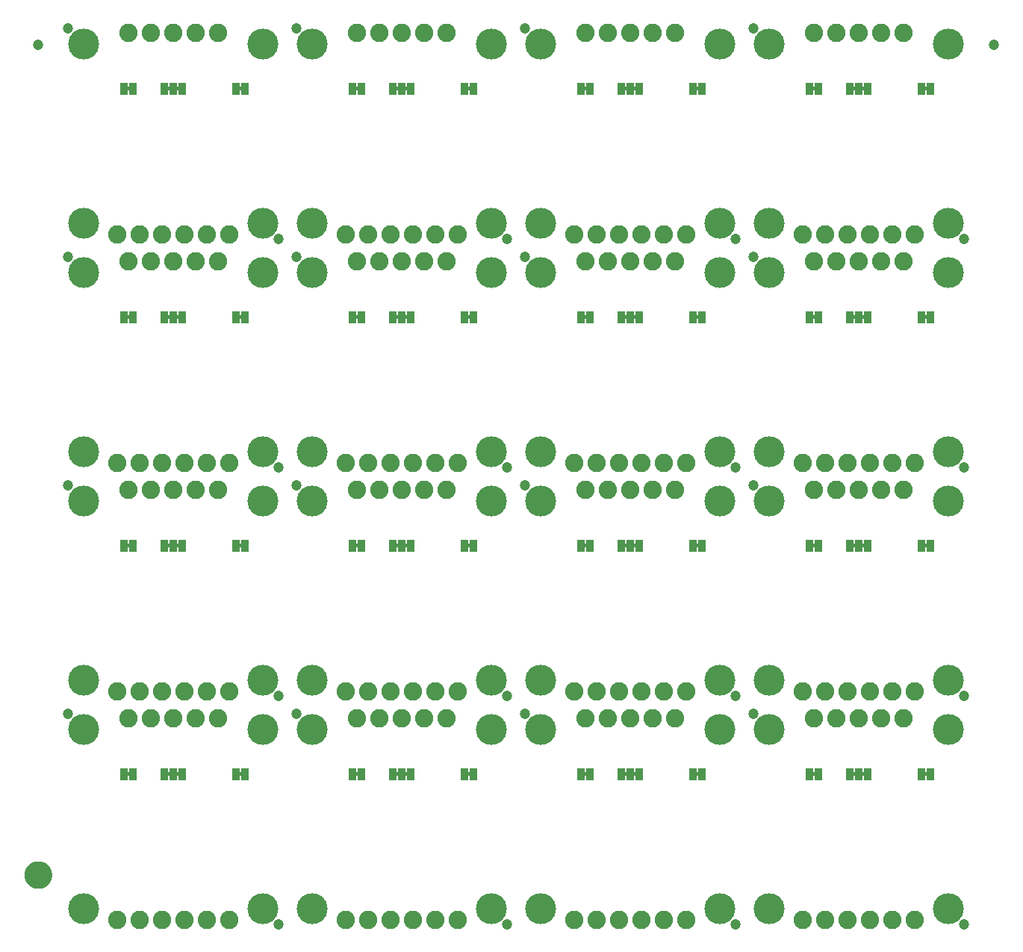
<source format=gbs>
G04 EAGLE Gerber RS-274X export*
G75*
%MOMM*%
%FSLAX34Y34*%
%LPD*%
%INSoldermask Bottom*%
%IPPOS*%
%AMOC8*
5,1,8,0,0,1.08239X$1,22.5*%
G01*
%ADD10C,3.505200*%
%ADD11C,2.082800*%
%ADD12R,0.863600X1.473200*%
%ADD13C,1.203200*%
%ADD14C,1.270000*%
%ADD15C,1.703200*%

G36*
X652210Y694067D02*
X652210Y694067D01*
X652276Y694069D01*
X652319Y694087D01*
X652366Y694095D01*
X652423Y694129D01*
X652483Y694154D01*
X652518Y694185D01*
X652559Y694210D01*
X652601Y694261D01*
X652649Y694305D01*
X652671Y694347D01*
X652700Y694384D01*
X652721Y694446D01*
X652752Y694505D01*
X652760Y694559D01*
X652772Y694596D01*
X652771Y694636D01*
X652779Y694690D01*
X652779Y697230D01*
X652768Y697295D01*
X652766Y697361D01*
X652748Y697404D01*
X652740Y697451D01*
X652706Y697508D01*
X652681Y697568D01*
X652650Y697603D01*
X652625Y697644D01*
X652574Y697686D01*
X652530Y697734D01*
X652488Y697756D01*
X652451Y697785D01*
X652389Y697806D01*
X652330Y697837D01*
X652276Y697845D01*
X652239Y697857D01*
X652199Y697856D01*
X652145Y697864D01*
X648335Y697864D01*
X648270Y697853D01*
X648204Y697851D01*
X648161Y697833D01*
X648114Y697825D01*
X648057Y697791D01*
X647997Y697766D01*
X647962Y697735D01*
X647921Y697710D01*
X647880Y697659D01*
X647831Y697615D01*
X647809Y697573D01*
X647780Y697536D01*
X647759Y697474D01*
X647728Y697415D01*
X647720Y697361D01*
X647708Y697324D01*
X647708Y697321D01*
X647709Y697284D01*
X647701Y697230D01*
X647701Y694690D01*
X647712Y694625D01*
X647714Y694559D01*
X647732Y694516D01*
X647740Y694469D01*
X647774Y694412D01*
X647799Y694352D01*
X647830Y694317D01*
X647855Y694276D01*
X647906Y694235D01*
X647950Y694186D01*
X647992Y694164D01*
X648029Y694135D01*
X648091Y694114D01*
X648150Y694083D01*
X648204Y694075D01*
X648241Y694063D01*
X648281Y694064D01*
X648335Y694056D01*
X652145Y694056D01*
X652210Y694067D01*
G37*
G36*
X393130Y694067D02*
X393130Y694067D01*
X393196Y694069D01*
X393239Y694087D01*
X393286Y694095D01*
X393343Y694129D01*
X393403Y694154D01*
X393438Y694185D01*
X393479Y694210D01*
X393521Y694261D01*
X393569Y694305D01*
X393591Y694347D01*
X393620Y694384D01*
X393641Y694446D01*
X393672Y694505D01*
X393680Y694559D01*
X393692Y694596D01*
X393691Y694636D01*
X393699Y694690D01*
X393699Y697230D01*
X393688Y697295D01*
X393686Y697361D01*
X393668Y697404D01*
X393660Y697451D01*
X393626Y697508D01*
X393601Y697568D01*
X393570Y697603D01*
X393545Y697644D01*
X393494Y697686D01*
X393450Y697734D01*
X393408Y697756D01*
X393371Y697785D01*
X393309Y697806D01*
X393250Y697837D01*
X393196Y697845D01*
X393159Y697857D01*
X393119Y697856D01*
X393065Y697864D01*
X389255Y697864D01*
X389190Y697853D01*
X389124Y697851D01*
X389081Y697833D01*
X389034Y697825D01*
X388977Y697791D01*
X388917Y697766D01*
X388882Y697735D01*
X388841Y697710D01*
X388800Y697659D01*
X388751Y697615D01*
X388729Y697573D01*
X388700Y697536D01*
X388679Y697474D01*
X388648Y697415D01*
X388640Y697361D01*
X388628Y697324D01*
X388628Y697321D01*
X388629Y697284D01*
X388621Y697230D01*
X388621Y694690D01*
X388632Y694625D01*
X388634Y694559D01*
X388652Y694516D01*
X388660Y694469D01*
X388694Y694412D01*
X388719Y694352D01*
X388750Y694317D01*
X388775Y694276D01*
X388826Y694235D01*
X388870Y694186D01*
X388912Y694164D01*
X388949Y694135D01*
X389011Y694114D01*
X389070Y694083D01*
X389124Y694075D01*
X389161Y694063D01*
X389201Y694064D01*
X389255Y694056D01*
X393065Y694056D01*
X393130Y694067D01*
G37*
G36*
X723330Y694067D02*
X723330Y694067D01*
X723396Y694069D01*
X723439Y694087D01*
X723486Y694095D01*
X723543Y694129D01*
X723603Y694154D01*
X723638Y694185D01*
X723679Y694210D01*
X723721Y694261D01*
X723769Y694305D01*
X723791Y694347D01*
X723820Y694384D01*
X723841Y694446D01*
X723872Y694505D01*
X723880Y694559D01*
X723892Y694596D01*
X723891Y694636D01*
X723899Y694690D01*
X723899Y697230D01*
X723888Y697295D01*
X723886Y697361D01*
X723868Y697404D01*
X723860Y697451D01*
X723826Y697508D01*
X723801Y697568D01*
X723770Y697603D01*
X723745Y697644D01*
X723694Y697686D01*
X723650Y697734D01*
X723608Y697756D01*
X723571Y697785D01*
X723509Y697806D01*
X723450Y697837D01*
X723396Y697845D01*
X723359Y697857D01*
X723319Y697856D01*
X723265Y697864D01*
X719455Y697864D01*
X719390Y697853D01*
X719324Y697851D01*
X719281Y697833D01*
X719234Y697825D01*
X719177Y697791D01*
X719117Y697766D01*
X719082Y697735D01*
X719041Y697710D01*
X719000Y697659D01*
X718951Y697615D01*
X718929Y697573D01*
X718900Y697536D01*
X718879Y697474D01*
X718848Y697415D01*
X718840Y697361D01*
X718828Y697324D01*
X718828Y697321D01*
X718829Y697284D01*
X718821Y697230D01*
X718821Y694690D01*
X718832Y694625D01*
X718834Y694559D01*
X718852Y694516D01*
X718860Y694469D01*
X718894Y694412D01*
X718919Y694352D01*
X718950Y694317D01*
X718975Y694276D01*
X719026Y694235D01*
X719070Y694186D01*
X719112Y694164D01*
X719149Y694135D01*
X719211Y694114D01*
X719270Y694083D01*
X719324Y694075D01*
X719361Y694063D01*
X719401Y694064D01*
X719455Y694056D01*
X723265Y694056D01*
X723330Y694067D01*
G37*
G36*
X464250Y694067D02*
X464250Y694067D01*
X464316Y694069D01*
X464359Y694087D01*
X464406Y694095D01*
X464463Y694129D01*
X464523Y694154D01*
X464558Y694185D01*
X464599Y694210D01*
X464641Y694261D01*
X464689Y694305D01*
X464711Y694347D01*
X464740Y694384D01*
X464761Y694446D01*
X464792Y694505D01*
X464800Y694559D01*
X464812Y694596D01*
X464811Y694636D01*
X464819Y694690D01*
X464819Y697230D01*
X464808Y697295D01*
X464806Y697361D01*
X464788Y697404D01*
X464780Y697451D01*
X464746Y697508D01*
X464721Y697568D01*
X464690Y697603D01*
X464665Y697644D01*
X464614Y697686D01*
X464570Y697734D01*
X464528Y697756D01*
X464491Y697785D01*
X464429Y697806D01*
X464370Y697837D01*
X464316Y697845D01*
X464279Y697857D01*
X464239Y697856D01*
X464185Y697864D01*
X460375Y697864D01*
X460310Y697853D01*
X460244Y697851D01*
X460201Y697833D01*
X460154Y697825D01*
X460097Y697791D01*
X460037Y697766D01*
X460002Y697735D01*
X459961Y697710D01*
X459920Y697659D01*
X459871Y697615D01*
X459849Y697573D01*
X459820Y697536D01*
X459799Y697474D01*
X459768Y697415D01*
X459760Y697361D01*
X459748Y697324D01*
X459748Y697321D01*
X459749Y697284D01*
X459741Y697230D01*
X459741Y694690D01*
X459752Y694625D01*
X459754Y694559D01*
X459772Y694516D01*
X459780Y694469D01*
X459814Y694412D01*
X459839Y694352D01*
X459870Y694317D01*
X459895Y694276D01*
X459946Y694235D01*
X459990Y694186D01*
X460032Y694164D01*
X460069Y694135D01*
X460131Y694114D01*
X460190Y694083D01*
X460244Y694075D01*
X460281Y694063D01*
X460321Y694064D01*
X460375Y694056D01*
X464185Y694056D01*
X464250Y694067D01*
G37*
G36*
X901130Y694067D02*
X901130Y694067D01*
X901196Y694069D01*
X901239Y694087D01*
X901286Y694095D01*
X901343Y694129D01*
X901403Y694154D01*
X901438Y694185D01*
X901479Y694210D01*
X901521Y694261D01*
X901569Y694305D01*
X901591Y694347D01*
X901620Y694384D01*
X901641Y694446D01*
X901672Y694505D01*
X901680Y694559D01*
X901692Y694596D01*
X901691Y694636D01*
X901699Y694690D01*
X901699Y697230D01*
X901688Y697295D01*
X901686Y697361D01*
X901668Y697404D01*
X901660Y697451D01*
X901626Y697508D01*
X901601Y697568D01*
X901570Y697603D01*
X901545Y697644D01*
X901494Y697686D01*
X901450Y697734D01*
X901408Y697756D01*
X901371Y697785D01*
X901309Y697806D01*
X901250Y697837D01*
X901196Y697845D01*
X901159Y697857D01*
X901119Y697856D01*
X901065Y697864D01*
X897255Y697864D01*
X897190Y697853D01*
X897124Y697851D01*
X897081Y697833D01*
X897034Y697825D01*
X896977Y697791D01*
X896917Y697766D01*
X896882Y697735D01*
X896841Y697710D01*
X896800Y697659D01*
X896751Y697615D01*
X896729Y697573D01*
X896700Y697536D01*
X896679Y697474D01*
X896648Y697415D01*
X896640Y697361D01*
X896628Y697324D01*
X896628Y697321D01*
X896629Y697284D01*
X896621Y697230D01*
X896621Y694690D01*
X896632Y694625D01*
X896634Y694559D01*
X896652Y694516D01*
X896660Y694469D01*
X896694Y694412D01*
X896719Y694352D01*
X896750Y694317D01*
X896775Y694276D01*
X896826Y694235D01*
X896870Y694186D01*
X896912Y694164D01*
X896949Y694135D01*
X897011Y694114D01*
X897070Y694083D01*
X897124Y694075D01*
X897161Y694063D01*
X897201Y694064D01*
X897255Y694056D01*
X901065Y694056D01*
X901130Y694067D01*
G37*
G36*
X911290Y694067D02*
X911290Y694067D01*
X911356Y694069D01*
X911399Y694087D01*
X911446Y694095D01*
X911503Y694129D01*
X911563Y694154D01*
X911598Y694185D01*
X911639Y694210D01*
X911681Y694261D01*
X911729Y694305D01*
X911751Y694347D01*
X911780Y694384D01*
X911801Y694446D01*
X911832Y694505D01*
X911840Y694559D01*
X911852Y694596D01*
X911851Y694636D01*
X911859Y694690D01*
X911859Y697230D01*
X911848Y697295D01*
X911846Y697361D01*
X911828Y697404D01*
X911820Y697451D01*
X911786Y697508D01*
X911761Y697568D01*
X911730Y697603D01*
X911705Y697644D01*
X911654Y697686D01*
X911610Y697734D01*
X911568Y697756D01*
X911531Y697785D01*
X911469Y697806D01*
X911410Y697837D01*
X911356Y697845D01*
X911319Y697857D01*
X911279Y697856D01*
X911225Y697864D01*
X907415Y697864D01*
X907350Y697853D01*
X907284Y697851D01*
X907241Y697833D01*
X907194Y697825D01*
X907137Y697791D01*
X907077Y697766D01*
X907042Y697735D01*
X907001Y697710D01*
X906960Y697659D01*
X906911Y697615D01*
X906889Y697573D01*
X906860Y697536D01*
X906839Y697474D01*
X906808Y697415D01*
X906800Y697361D01*
X906788Y697324D01*
X906788Y697321D01*
X906789Y697284D01*
X906781Y697230D01*
X906781Y694690D01*
X906792Y694625D01*
X906794Y694559D01*
X906812Y694516D01*
X906820Y694469D01*
X906854Y694412D01*
X906879Y694352D01*
X906910Y694317D01*
X906935Y694276D01*
X906986Y694235D01*
X907030Y694186D01*
X907072Y694164D01*
X907109Y694135D01*
X907171Y694114D01*
X907230Y694083D01*
X907284Y694075D01*
X907321Y694063D01*
X907361Y694064D01*
X907415Y694056D01*
X911225Y694056D01*
X911290Y694067D01*
G37*
G36*
X123890Y694067D02*
X123890Y694067D01*
X123956Y694069D01*
X123999Y694087D01*
X124046Y694095D01*
X124103Y694129D01*
X124163Y694154D01*
X124198Y694185D01*
X124239Y694210D01*
X124281Y694261D01*
X124329Y694305D01*
X124351Y694347D01*
X124380Y694384D01*
X124401Y694446D01*
X124432Y694505D01*
X124440Y694559D01*
X124452Y694596D01*
X124451Y694636D01*
X124459Y694690D01*
X124459Y697230D01*
X124448Y697295D01*
X124446Y697361D01*
X124428Y697404D01*
X124420Y697451D01*
X124386Y697508D01*
X124361Y697568D01*
X124330Y697603D01*
X124305Y697644D01*
X124254Y697686D01*
X124210Y697734D01*
X124168Y697756D01*
X124131Y697785D01*
X124069Y697806D01*
X124010Y697837D01*
X123956Y697845D01*
X123919Y697857D01*
X123879Y697856D01*
X123825Y697864D01*
X120015Y697864D01*
X119950Y697853D01*
X119884Y697851D01*
X119841Y697833D01*
X119794Y697825D01*
X119737Y697791D01*
X119677Y697766D01*
X119642Y697735D01*
X119601Y697710D01*
X119560Y697659D01*
X119511Y697615D01*
X119489Y697573D01*
X119460Y697536D01*
X119439Y697474D01*
X119408Y697415D01*
X119400Y697361D01*
X119388Y697324D01*
X119388Y697321D01*
X119389Y697284D01*
X119381Y697230D01*
X119381Y694690D01*
X119392Y694625D01*
X119394Y694559D01*
X119412Y694516D01*
X119420Y694469D01*
X119454Y694412D01*
X119479Y694352D01*
X119510Y694317D01*
X119535Y694276D01*
X119586Y694235D01*
X119630Y694186D01*
X119672Y694164D01*
X119709Y694135D01*
X119771Y694114D01*
X119830Y694083D01*
X119884Y694075D01*
X119921Y694063D01*
X119961Y694064D01*
X120015Y694056D01*
X123825Y694056D01*
X123890Y694067D01*
G37*
G36*
X205170Y694067D02*
X205170Y694067D01*
X205236Y694069D01*
X205279Y694087D01*
X205326Y694095D01*
X205383Y694129D01*
X205443Y694154D01*
X205478Y694185D01*
X205519Y694210D01*
X205561Y694261D01*
X205609Y694305D01*
X205631Y694347D01*
X205660Y694384D01*
X205681Y694446D01*
X205712Y694505D01*
X205720Y694559D01*
X205732Y694596D01*
X205731Y694636D01*
X205739Y694690D01*
X205739Y697230D01*
X205728Y697295D01*
X205726Y697361D01*
X205708Y697404D01*
X205700Y697451D01*
X205666Y697508D01*
X205641Y697568D01*
X205610Y697603D01*
X205585Y697644D01*
X205534Y697686D01*
X205490Y697734D01*
X205448Y697756D01*
X205411Y697785D01*
X205349Y697806D01*
X205290Y697837D01*
X205236Y697845D01*
X205199Y697857D01*
X205159Y697856D01*
X205105Y697864D01*
X201295Y697864D01*
X201230Y697853D01*
X201164Y697851D01*
X201121Y697833D01*
X201074Y697825D01*
X201017Y697791D01*
X200957Y697766D01*
X200922Y697735D01*
X200881Y697710D01*
X200840Y697659D01*
X200791Y697615D01*
X200769Y697573D01*
X200740Y697536D01*
X200719Y697474D01*
X200688Y697415D01*
X200680Y697361D01*
X200668Y697324D01*
X200668Y697321D01*
X200669Y697284D01*
X200661Y697230D01*
X200661Y694690D01*
X200672Y694625D01*
X200674Y694559D01*
X200692Y694516D01*
X200700Y694469D01*
X200734Y694412D01*
X200759Y694352D01*
X200790Y694317D01*
X200815Y694276D01*
X200866Y694235D01*
X200910Y694186D01*
X200952Y694164D01*
X200989Y694135D01*
X201051Y694114D01*
X201110Y694083D01*
X201164Y694075D01*
X201201Y694063D01*
X201241Y694064D01*
X201295Y694056D01*
X205105Y694056D01*
X205170Y694067D01*
G37*
G36*
X134050Y694067D02*
X134050Y694067D01*
X134116Y694069D01*
X134159Y694087D01*
X134206Y694095D01*
X134263Y694129D01*
X134323Y694154D01*
X134358Y694185D01*
X134399Y694210D01*
X134441Y694261D01*
X134489Y694305D01*
X134511Y694347D01*
X134540Y694384D01*
X134561Y694446D01*
X134592Y694505D01*
X134600Y694559D01*
X134612Y694596D01*
X134611Y694636D01*
X134619Y694690D01*
X134619Y697230D01*
X134608Y697295D01*
X134606Y697361D01*
X134588Y697404D01*
X134580Y697451D01*
X134546Y697508D01*
X134521Y697568D01*
X134490Y697603D01*
X134465Y697644D01*
X134414Y697686D01*
X134370Y697734D01*
X134328Y697756D01*
X134291Y697785D01*
X134229Y697806D01*
X134170Y697837D01*
X134116Y697845D01*
X134079Y697857D01*
X134039Y697856D01*
X133985Y697864D01*
X130175Y697864D01*
X130110Y697853D01*
X130044Y697851D01*
X130001Y697833D01*
X129954Y697825D01*
X129897Y697791D01*
X129837Y697766D01*
X129802Y697735D01*
X129761Y697710D01*
X129720Y697659D01*
X129671Y697615D01*
X129649Y697573D01*
X129620Y697536D01*
X129599Y697474D01*
X129568Y697415D01*
X129560Y697361D01*
X129548Y697324D01*
X129548Y697321D01*
X129549Y697284D01*
X129541Y697230D01*
X129541Y694690D01*
X129552Y694625D01*
X129554Y694559D01*
X129572Y694516D01*
X129580Y694469D01*
X129614Y694412D01*
X129639Y694352D01*
X129670Y694317D01*
X129695Y694276D01*
X129746Y694235D01*
X129790Y694186D01*
X129832Y694164D01*
X129869Y694135D01*
X129931Y694114D01*
X129990Y694083D01*
X130044Y694075D01*
X130081Y694063D01*
X130121Y694064D01*
X130175Y694056D01*
X133985Y694056D01*
X134050Y694067D01*
G37*
G36*
X337250Y694067D02*
X337250Y694067D01*
X337316Y694069D01*
X337359Y694087D01*
X337406Y694095D01*
X337463Y694129D01*
X337523Y694154D01*
X337558Y694185D01*
X337599Y694210D01*
X337641Y694261D01*
X337689Y694305D01*
X337711Y694347D01*
X337740Y694384D01*
X337761Y694446D01*
X337792Y694505D01*
X337800Y694559D01*
X337812Y694596D01*
X337811Y694636D01*
X337819Y694690D01*
X337819Y697230D01*
X337808Y697295D01*
X337806Y697361D01*
X337788Y697404D01*
X337780Y697451D01*
X337746Y697508D01*
X337721Y697568D01*
X337690Y697603D01*
X337665Y697644D01*
X337614Y697686D01*
X337570Y697734D01*
X337528Y697756D01*
X337491Y697785D01*
X337429Y697806D01*
X337370Y697837D01*
X337316Y697845D01*
X337279Y697857D01*
X337239Y697856D01*
X337185Y697864D01*
X333375Y697864D01*
X333310Y697853D01*
X333244Y697851D01*
X333201Y697833D01*
X333154Y697825D01*
X333097Y697791D01*
X333037Y697766D01*
X333002Y697735D01*
X332961Y697710D01*
X332920Y697659D01*
X332871Y697615D01*
X332849Y697573D01*
X332820Y697536D01*
X332799Y697474D01*
X332768Y697415D01*
X332760Y697361D01*
X332748Y697324D01*
X332748Y697321D01*
X332749Y697284D01*
X332741Y697230D01*
X332741Y694690D01*
X332752Y694625D01*
X332754Y694559D01*
X332772Y694516D01*
X332780Y694469D01*
X332814Y694412D01*
X332839Y694352D01*
X332870Y694317D01*
X332895Y694276D01*
X332946Y694235D01*
X332990Y694186D01*
X333032Y694164D01*
X333069Y694135D01*
X333131Y694114D01*
X333190Y694083D01*
X333244Y694075D01*
X333281Y694063D01*
X333321Y694064D01*
X333375Y694056D01*
X337185Y694056D01*
X337250Y694067D01*
G37*
G36*
X642050Y694067D02*
X642050Y694067D01*
X642116Y694069D01*
X642159Y694087D01*
X642206Y694095D01*
X642263Y694129D01*
X642323Y694154D01*
X642358Y694185D01*
X642399Y694210D01*
X642441Y694261D01*
X642489Y694305D01*
X642511Y694347D01*
X642540Y694384D01*
X642561Y694446D01*
X642592Y694505D01*
X642600Y694559D01*
X642612Y694596D01*
X642611Y694636D01*
X642619Y694690D01*
X642619Y697230D01*
X642608Y697295D01*
X642606Y697361D01*
X642588Y697404D01*
X642580Y697451D01*
X642546Y697508D01*
X642521Y697568D01*
X642490Y697603D01*
X642465Y697644D01*
X642414Y697686D01*
X642370Y697734D01*
X642328Y697756D01*
X642291Y697785D01*
X642229Y697806D01*
X642170Y697837D01*
X642116Y697845D01*
X642079Y697857D01*
X642039Y697856D01*
X641985Y697864D01*
X638175Y697864D01*
X638110Y697853D01*
X638044Y697851D01*
X638001Y697833D01*
X637954Y697825D01*
X637897Y697791D01*
X637837Y697766D01*
X637802Y697735D01*
X637761Y697710D01*
X637720Y697659D01*
X637671Y697615D01*
X637649Y697573D01*
X637620Y697536D01*
X637599Y697474D01*
X637568Y697415D01*
X637560Y697361D01*
X637548Y697324D01*
X637548Y697321D01*
X637549Y697284D01*
X637541Y697230D01*
X637541Y694690D01*
X637552Y694625D01*
X637554Y694559D01*
X637572Y694516D01*
X637580Y694469D01*
X637614Y694412D01*
X637639Y694352D01*
X637670Y694317D01*
X637695Y694276D01*
X637746Y694235D01*
X637790Y694186D01*
X637832Y694164D01*
X637869Y694135D01*
X637931Y694114D01*
X637990Y694083D01*
X638044Y694075D01*
X638081Y694063D01*
X638121Y694064D01*
X638175Y694056D01*
X641985Y694056D01*
X642050Y694067D01*
G37*
G36*
X596330Y694067D02*
X596330Y694067D01*
X596396Y694069D01*
X596439Y694087D01*
X596486Y694095D01*
X596543Y694129D01*
X596603Y694154D01*
X596638Y694185D01*
X596679Y694210D01*
X596721Y694261D01*
X596769Y694305D01*
X596791Y694347D01*
X596820Y694384D01*
X596841Y694446D01*
X596872Y694505D01*
X596880Y694559D01*
X596892Y694596D01*
X596891Y694636D01*
X596899Y694690D01*
X596899Y697230D01*
X596888Y697295D01*
X596886Y697361D01*
X596868Y697404D01*
X596860Y697451D01*
X596826Y697508D01*
X596801Y697568D01*
X596770Y697603D01*
X596745Y697644D01*
X596694Y697686D01*
X596650Y697734D01*
X596608Y697756D01*
X596571Y697785D01*
X596509Y697806D01*
X596450Y697837D01*
X596396Y697845D01*
X596359Y697857D01*
X596319Y697856D01*
X596265Y697864D01*
X592455Y697864D01*
X592390Y697853D01*
X592324Y697851D01*
X592281Y697833D01*
X592234Y697825D01*
X592177Y697791D01*
X592117Y697766D01*
X592082Y697735D01*
X592041Y697710D01*
X592000Y697659D01*
X591951Y697615D01*
X591929Y697573D01*
X591900Y697536D01*
X591879Y697474D01*
X591848Y697415D01*
X591840Y697361D01*
X591828Y697324D01*
X591828Y697321D01*
X591829Y697284D01*
X591821Y697230D01*
X591821Y694690D01*
X591832Y694625D01*
X591834Y694559D01*
X591852Y694516D01*
X591860Y694469D01*
X591894Y694412D01*
X591919Y694352D01*
X591950Y694317D01*
X591975Y694276D01*
X592026Y694235D01*
X592070Y694186D01*
X592112Y694164D01*
X592149Y694135D01*
X592211Y694114D01*
X592270Y694083D01*
X592324Y694075D01*
X592361Y694063D01*
X592401Y694064D01*
X592455Y694056D01*
X596265Y694056D01*
X596330Y694067D01*
G37*
G36*
X982410Y694067D02*
X982410Y694067D01*
X982476Y694069D01*
X982519Y694087D01*
X982566Y694095D01*
X982623Y694129D01*
X982683Y694154D01*
X982718Y694185D01*
X982759Y694210D01*
X982801Y694261D01*
X982849Y694305D01*
X982871Y694347D01*
X982900Y694384D01*
X982921Y694446D01*
X982952Y694505D01*
X982960Y694559D01*
X982972Y694596D01*
X982971Y694636D01*
X982979Y694690D01*
X982979Y697230D01*
X982968Y697295D01*
X982966Y697361D01*
X982948Y697404D01*
X982940Y697451D01*
X982906Y697508D01*
X982881Y697568D01*
X982850Y697603D01*
X982825Y697644D01*
X982774Y697686D01*
X982730Y697734D01*
X982688Y697756D01*
X982651Y697785D01*
X982589Y697806D01*
X982530Y697837D01*
X982476Y697845D01*
X982439Y697857D01*
X982399Y697856D01*
X982345Y697864D01*
X978535Y697864D01*
X978470Y697853D01*
X978404Y697851D01*
X978361Y697833D01*
X978314Y697825D01*
X978257Y697791D01*
X978197Y697766D01*
X978162Y697735D01*
X978121Y697710D01*
X978080Y697659D01*
X978031Y697615D01*
X978009Y697573D01*
X977980Y697536D01*
X977959Y697474D01*
X977928Y697415D01*
X977920Y697361D01*
X977908Y697324D01*
X977908Y697321D01*
X977909Y697284D01*
X977901Y697230D01*
X977901Y694690D01*
X977912Y694625D01*
X977914Y694559D01*
X977932Y694516D01*
X977940Y694469D01*
X977974Y694412D01*
X977999Y694352D01*
X978030Y694317D01*
X978055Y694276D01*
X978106Y694235D01*
X978150Y694186D01*
X978192Y694164D01*
X978229Y694135D01*
X978291Y694114D01*
X978350Y694083D01*
X978404Y694075D01*
X978441Y694063D01*
X978481Y694064D01*
X978535Y694056D01*
X982345Y694056D01*
X982410Y694067D01*
G37*
G36*
X382970Y694067D02*
X382970Y694067D01*
X383036Y694069D01*
X383079Y694087D01*
X383126Y694095D01*
X383183Y694129D01*
X383243Y694154D01*
X383278Y694185D01*
X383319Y694210D01*
X383361Y694261D01*
X383409Y694305D01*
X383431Y694347D01*
X383460Y694384D01*
X383481Y694446D01*
X383512Y694505D01*
X383520Y694559D01*
X383532Y694596D01*
X383531Y694636D01*
X383539Y694690D01*
X383539Y697230D01*
X383528Y697295D01*
X383526Y697361D01*
X383508Y697404D01*
X383500Y697451D01*
X383466Y697508D01*
X383441Y697568D01*
X383410Y697603D01*
X383385Y697644D01*
X383334Y697686D01*
X383290Y697734D01*
X383248Y697756D01*
X383211Y697785D01*
X383149Y697806D01*
X383090Y697837D01*
X383036Y697845D01*
X382999Y697857D01*
X382959Y697856D01*
X382905Y697864D01*
X379095Y697864D01*
X379030Y697853D01*
X378964Y697851D01*
X378921Y697833D01*
X378874Y697825D01*
X378817Y697791D01*
X378757Y697766D01*
X378722Y697735D01*
X378681Y697710D01*
X378640Y697659D01*
X378591Y697615D01*
X378569Y697573D01*
X378540Y697536D01*
X378519Y697474D01*
X378488Y697415D01*
X378480Y697361D01*
X378468Y697324D01*
X378468Y697321D01*
X378469Y697284D01*
X378461Y697230D01*
X378461Y694690D01*
X378472Y694625D01*
X378474Y694559D01*
X378492Y694516D01*
X378500Y694469D01*
X378534Y694412D01*
X378559Y694352D01*
X378590Y694317D01*
X378615Y694276D01*
X378666Y694235D01*
X378710Y694186D01*
X378752Y694164D01*
X378789Y694135D01*
X378851Y694114D01*
X378910Y694083D01*
X378964Y694075D01*
X379001Y694063D01*
X379041Y694064D01*
X379095Y694056D01*
X382905Y694056D01*
X382970Y694067D01*
G37*
G36*
X78170Y694067D02*
X78170Y694067D01*
X78236Y694069D01*
X78279Y694087D01*
X78326Y694095D01*
X78383Y694129D01*
X78443Y694154D01*
X78478Y694185D01*
X78519Y694210D01*
X78561Y694261D01*
X78609Y694305D01*
X78631Y694347D01*
X78660Y694384D01*
X78681Y694446D01*
X78712Y694505D01*
X78720Y694559D01*
X78732Y694596D01*
X78731Y694636D01*
X78739Y694690D01*
X78739Y697230D01*
X78728Y697295D01*
X78726Y697361D01*
X78708Y697404D01*
X78700Y697451D01*
X78666Y697508D01*
X78641Y697568D01*
X78610Y697603D01*
X78585Y697644D01*
X78534Y697686D01*
X78490Y697734D01*
X78448Y697756D01*
X78411Y697785D01*
X78349Y697806D01*
X78290Y697837D01*
X78236Y697845D01*
X78199Y697857D01*
X78159Y697856D01*
X78105Y697864D01*
X74295Y697864D01*
X74230Y697853D01*
X74164Y697851D01*
X74121Y697833D01*
X74074Y697825D01*
X74017Y697791D01*
X73957Y697766D01*
X73922Y697735D01*
X73881Y697710D01*
X73840Y697659D01*
X73791Y697615D01*
X73769Y697573D01*
X73740Y697536D01*
X73719Y697474D01*
X73688Y697415D01*
X73680Y697361D01*
X73668Y697324D01*
X73668Y697321D01*
X73669Y697284D01*
X73661Y697230D01*
X73661Y694690D01*
X73672Y694625D01*
X73674Y694559D01*
X73692Y694516D01*
X73700Y694469D01*
X73734Y694412D01*
X73759Y694352D01*
X73790Y694317D01*
X73815Y694276D01*
X73866Y694235D01*
X73910Y694186D01*
X73952Y694164D01*
X73989Y694135D01*
X74051Y694114D01*
X74110Y694083D01*
X74164Y694075D01*
X74201Y694063D01*
X74241Y694064D01*
X74295Y694056D01*
X78105Y694056D01*
X78170Y694067D01*
G37*
G36*
X855410Y694067D02*
X855410Y694067D01*
X855476Y694069D01*
X855519Y694087D01*
X855566Y694095D01*
X855623Y694129D01*
X855683Y694154D01*
X855718Y694185D01*
X855759Y694210D01*
X855801Y694261D01*
X855849Y694305D01*
X855871Y694347D01*
X855900Y694384D01*
X855921Y694446D01*
X855952Y694505D01*
X855960Y694559D01*
X855972Y694596D01*
X855971Y694636D01*
X855979Y694690D01*
X855979Y697230D01*
X855968Y697295D01*
X855966Y697361D01*
X855948Y697404D01*
X855940Y697451D01*
X855906Y697508D01*
X855881Y697568D01*
X855850Y697603D01*
X855825Y697644D01*
X855774Y697686D01*
X855730Y697734D01*
X855688Y697756D01*
X855651Y697785D01*
X855589Y697806D01*
X855530Y697837D01*
X855476Y697845D01*
X855439Y697857D01*
X855399Y697856D01*
X855345Y697864D01*
X851535Y697864D01*
X851470Y697853D01*
X851404Y697851D01*
X851361Y697833D01*
X851314Y697825D01*
X851257Y697791D01*
X851197Y697766D01*
X851162Y697735D01*
X851121Y697710D01*
X851080Y697659D01*
X851031Y697615D01*
X851009Y697573D01*
X850980Y697536D01*
X850959Y697474D01*
X850928Y697415D01*
X850920Y697361D01*
X850908Y697324D01*
X850908Y697321D01*
X850909Y697284D01*
X850901Y697230D01*
X850901Y694690D01*
X850912Y694625D01*
X850914Y694559D01*
X850932Y694516D01*
X850940Y694469D01*
X850974Y694412D01*
X850999Y694352D01*
X851030Y694317D01*
X851055Y694276D01*
X851106Y694235D01*
X851150Y694186D01*
X851192Y694164D01*
X851229Y694135D01*
X851291Y694114D01*
X851350Y694083D01*
X851404Y694075D01*
X851441Y694063D01*
X851481Y694064D01*
X851535Y694056D01*
X855345Y694056D01*
X855410Y694067D01*
G37*
G36*
X723330Y953147D02*
X723330Y953147D01*
X723396Y953149D01*
X723439Y953167D01*
X723486Y953175D01*
X723543Y953209D01*
X723603Y953234D01*
X723638Y953265D01*
X723679Y953290D01*
X723721Y953341D01*
X723769Y953385D01*
X723791Y953427D01*
X723820Y953464D01*
X723841Y953526D01*
X723872Y953585D01*
X723880Y953639D01*
X723892Y953676D01*
X723891Y953716D01*
X723899Y953770D01*
X723899Y956310D01*
X723888Y956375D01*
X723886Y956441D01*
X723868Y956484D01*
X723860Y956531D01*
X723826Y956588D01*
X723801Y956648D01*
X723770Y956683D01*
X723745Y956724D01*
X723694Y956766D01*
X723650Y956814D01*
X723608Y956836D01*
X723571Y956865D01*
X723509Y956886D01*
X723450Y956917D01*
X723396Y956925D01*
X723359Y956937D01*
X723319Y956936D01*
X723265Y956944D01*
X719455Y956944D01*
X719390Y956933D01*
X719324Y956931D01*
X719281Y956913D01*
X719234Y956905D01*
X719177Y956871D01*
X719117Y956846D01*
X719082Y956815D01*
X719041Y956790D01*
X719000Y956739D01*
X718951Y956695D01*
X718929Y956653D01*
X718900Y956616D01*
X718879Y956554D01*
X718848Y956495D01*
X718840Y956441D01*
X718828Y956404D01*
X718828Y956401D01*
X718829Y956364D01*
X718821Y956310D01*
X718821Y953770D01*
X718832Y953705D01*
X718834Y953639D01*
X718852Y953596D01*
X718860Y953549D01*
X718894Y953492D01*
X718919Y953432D01*
X718950Y953397D01*
X718975Y953356D01*
X719026Y953315D01*
X719070Y953266D01*
X719112Y953244D01*
X719149Y953215D01*
X719211Y953194D01*
X719270Y953163D01*
X719324Y953155D01*
X719361Y953143D01*
X719401Y953144D01*
X719455Y953136D01*
X723265Y953136D01*
X723330Y953147D01*
G37*
G36*
X205170Y953147D02*
X205170Y953147D01*
X205236Y953149D01*
X205279Y953167D01*
X205326Y953175D01*
X205383Y953209D01*
X205443Y953234D01*
X205478Y953265D01*
X205519Y953290D01*
X205561Y953341D01*
X205609Y953385D01*
X205631Y953427D01*
X205660Y953464D01*
X205681Y953526D01*
X205712Y953585D01*
X205720Y953639D01*
X205732Y953676D01*
X205731Y953716D01*
X205739Y953770D01*
X205739Y956310D01*
X205728Y956375D01*
X205726Y956441D01*
X205708Y956484D01*
X205700Y956531D01*
X205666Y956588D01*
X205641Y956648D01*
X205610Y956683D01*
X205585Y956724D01*
X205534Y956766D01*
X205490Y956814D01*
X205448Y956836D01*
X205411Y956865D01*
X205349Y956886D01*
X205290Y956917D01*
X205236Y956925D01*
X205199Y956937D01*
X205159Y956936D01*
X205105Y956944D01*
X201295Y956944D01*
X201230Y956933D01*
X201164Y956931D01*
X201121Y956913D01*
X201074Y956905D01*
X201017Y956871D01*
X200957Y956846D01*
X200922Y956815D01*
X200881Y956790D01*
X200840Y956739D01*
X200791Y956695D01*
X200769Y956653D01*
X200740Y956616D01*
X200719Y956554D01*
X200688Y956495D01*
X200680Y956441D01*
X200668Y956404D01*
X200668Y956401D01*
X200669Y956364D01*
X200661Y956310D01*
X200661Y953770D01*
X200672Y953705D01*
X200674Y953639D01*
X200692Y953596D01*
X200700Y953549D01*
X200734Y953492D01*
X200759Y953432D01*
X200790Y953397D01*
X200815Y953356D01*
X200866Y953315D01*
X200910Y953266D01*
X200952Y953244D01*
X200989Y953215D01*
X201051Y953194D01*
X201110Y953163D01*
X201164Y953155D01*
X201201Y953143D01*
X201241Y953144D01*
X201295Y953136D01*
X205105Y953136D01*
X205170Y953147D01*
G37*
G36*
X642050Y953147D02*
X642050Y953147D01*
X642116Y953149D01*
X642159Y953167D01*
X642206Y953175D01*
X642263Y953209D01*
X642323Y953234D01*
X642358Y953265D01*
X642399Y953290D01*
X642441Y953341D01*
X642489Y953385D01*
X642511Y953427D01*
X642540Y953464D01*
X642561Y953526D01*
X642592Y953585D01*
X642600Y953639D01*
X642612Y953676D01*
X642611Y953716D01*
X642619Y953770D01*
X642619Y956310D01*
X642608Y956375D01*
X642606Y956441D01*
X642588Y956484D01*
X642580Y956531D01*
X642546Y956588D01*
X642521Y956648D01*
X642490Y956683D01*
X642465Y956724D01*
X642414Y956766D01*
X642370Y956814D01*
X642328Y956836D01*
X642291Y956865D01*
X642229Y956886D01*
X642170Y956917D01*
X642116Y956925D01*
X642079Y956937D01*
X642039Y956936D01*
X641985Y956944D01*
X638175Y956944D01*
X638110Y956933D01*
X638044Y956931D01*
X638001Y956913D01*
X637954Y956905D01*
X637897Y956871D01*
X637837Y956846D01*
X637802Y956815D01*
X637761Y956790D01*
X637720Y956739D01*
X637671Y956695D01*
X637649Y956653D01*
X637620Y956616D01*
X637599Y956554D01*
X637568Y956495D01*
X637560Y956441D01*
X637548Y956404D01*
X637548Y956401D01*
X637549Y956364D01*
X637541Y956310D01*
X637541Y953770D01*
X637552Y953705D01*
X637554Y953639D01*
X637572Y953596D01*
X637580Y953549D01*
X637614Y953492D01*
X637639Y953432D01*
X637670Y953397D01*
X637695Y953356D01*
X637746Y953315D01*
X637790Y953266D01*
X637832Y953244D01*
X637869Y953215D01*
X637931Y953194D01*
X637990Y953163D01*
X638044Y953155D01*
X638081Y953143D01*
X638121Y953144D01*
X638175Y953136D01*
X641985Y953136D01*
X642050Y953147D01*
G37*
G36*
X393130Y953147D02*
X393130Y953147D01*
X393196Y953149D01*
X393239Y953167D01*
X393286Y953175D01*
X393343Y953209D01*
X393403Y953234D01*
X393438Y953265D01*
X393479Y953290D01*
X393521Y953341D01*
X393569Y953385D01*
X393591Y953427D01*
X393620Y953464D01*
X393641Y953526D01*
X393672Y953585D01*
X393680Y953639D01*
X393692Y953676D01*
X393691Y953716D01*
X393699Y953770D01*
X393699Y956310D01*
X393688Y956375D01*
X393686Y956441D01*
X393668Y956484D01*
X393660Y956531D01*
X393626Y956588D01*
X393601Y956648D01*
X393570Y956683D01*
X393545Y956724D01*
X393494Y956766D01*
X393450Y956814D01*
X393408Y956836D01*
X393371Y956865D01*
X393309Y956886D01*
X393250Y956917D01*
X393196Y956925D01*
X393159Y956937D01*
X393119Y956936D01*
X393065Y956944D01*
X389255Y956944D01*
X389190Y956933D01*
X389124Y956931D01*
X389081Y956913D01*
X389034Y956905D01*
X388977Y956871D01*
X388917Y956846D01*
X388882Y956815D01*
X388841Y956790D01*
X388800Y956739D01*
X388751Y956695D01*
X388729Y956653D01*
X388700Y956616D01*
X388679Y956554D01*
X388648Y956495D01*
X388640Y956441D01*
X388628Y956404D01*
X388628Y956401D01*
X388629Y956364D01*
X388621Y956310D01*
X388621Y953770D01*
X388632Y953705D01*
X388634Y953639D01*
X388652Y953596D01*
X388660Y953549D01*
X388694Y953492D01*
X388719Y953432D01*
X388750Y953397D01*
X388775Y953356D01*
X388826Y953315D01*
X388870Y953266D01*
X388912Y953244D01*
X388949Y953215D01*
X389011Y953194D01*
X389070Y953163D01*
X389124Y953155D01*
X389161Y953143D01*
X389201Y953144D01*
X389255Y953136D01*
X393065Y953136D01*
X393130Y953147D01*
G37*
G36*
X78170Y953147D02*
X78170Y953147D01*
X78236Y953149D01*
X78279Y953167D01*
X78326Y953175D01*
X78383Y953209D01*
X78443Y953234D01*
X78478Y953265D01*
X78519Y953290D01*
X78561Y953341D01*
X78609Y953385D01*
X78631Y953427D01*
X78660Y953464D01*
X78681Y953526D01*
X78712Y953585D01*
X78720Y953639D01*
X78732Y953676D01*
X78731Y953716D01*
X78739Y953770D01*
X78739Y956310D01*
X78728Y956375D01*
X78726Y956441D01*
X78708Y956484D01*
X78700Y956531D01*
X78666Y956588D01*
X78641Y956648D01*
X78610Y956683D01*
X78585Y956724D01*
X78534Y956766D01*
X78490Y956814D01*
X78448Y956836D01*
X78411Y956865D01*
X78349Y956886D01*
X78290Y956917D01*
X78236Y956925D01*
X78199Y956937D01*
X78159Y956936D01*
X78105Y956944D01*
X74295Y956944D01*
X74230Y956933D01*
X74164Y956931D01*
X74121Y956913D01*
X74074Y956905D01*
X74017Y956871D01*
X73957Y956846D01*
X73922Y956815D01*
X73881Y956790D01*
X73840Y956739D01*
X73791Y956695D01*
X73769Y956653D01*
X73740Y956616D01*
X73719Y956554D01*
X73688Y956495D01*
X73680Y956441D01*
X73668Y956404D01*
X73668Y956401D01*
X73669Y956364D01*
X73661Y956310D01*
X73661Y953770D01*
X73672Y953705D01*
X73674Y953639D01*
X73692Y953596D01*
X73700Y953549D01*
X73734Y953492D01*
X73759Y953432D01*
X73790Y953397D01*
X73815Y953356D01*
X73866Y953315D01*
X73910Y953266D01*
X73952Y953244D01*
X73989Y953215D01*
X74051Y953194D01*
X74110Y953163D01*
X74164Y953155D01*
X74201Y953143D01*
X74241Y953144D01*
X74295Y953136D01*
X78105Y953136D01*
X78170Y953147D01*
G37*
G36*
X134050Y953147D02*
X134050Y953147D01*
X134116Y953149D01*
X134159Y953167D01*
X134206Y953175D01*
X134263Y953209D01*
X134323Y953234D01*
X134358Y953265D01*
X134399Y953290D01*
X134441Y953341D01*
X134489Y953385D01*
X134511Y953427D01*
X134540Y953464D01*
X134561Y953526D01*
X134592Y953585D01*
X134600Y953639D01*
X134612Y953676D01*
X134611Y953716D01*
X134619Y953770D01*
X134619Y956310D01*
X134608Y956375D01*
X134606Y956441D01*
X134588Y956484D01*
X134580Y956531D01*
X134546Y956588D01*
X134521Y956648D01*
X134490Y956683D01*
X134465Y956724D01*
X134414Y956766D01*
X134370Y956814D01*
X134328Y956836D01*
X134291Y956865D01*
X134229Y956886D01*
X134170Y956917D01*
X134116Y956925D01*
X134079Y956937D01*
X134039Y956936D01*
X133985Y956944D01*
X130175Y956944D01*
X130110Y956933D01*
X130044Y956931D01*
X130001Y956913D01*
X129954Y956905D01*
X129897Y956871D01*
X129837Y956846D01*
X129802Y956815D01*
X129761Y956790D01*
X129720Y956739D01*
X129671Y956695D01*
X129649Y956653D01*
X129620Y956616D01*
X129599Y956554D01*
X129568Y956495D01*
X129560Y956441D01*
X129548Y956404D01*
X129548Y956401D01*
X129549Y956364D01*
X129541Y956310D01*
X129541Y953770D01*
X129552Y953705D01*
X129554Y953639D01*
X129572Y953596D01*
X129580Y953549D01*
X129614Y953492D01*
X129639Y953432D01*
X129670Y953397D01*
X129695Y953356D01*
X129746Y953315D01*
X129790Y953266D01*
X129832Y953244D01*
X129869Y953215D01*
X129931Y953194D01*
X129990Y953163D01*
X130044Y953155D01*
X130081Y953143D01*
X130121Y953144D01*
X130175Y953136D01*
X133985Y953136D01*
X134050Y953147D01*
G37*
G36*
X464250Y953147D02*
X464250Y953147D01*
X464316Y953149D01*
X464359Y953167D01*
X464406Y953175D01*
X464463Y953209D01*
X464523Y953234D01*
X464558Y953265D01*
X464599Y953290D01*
X464641Y953341D01*
X464689Y953385D01*
X464711Y953427D01*
X464740Y953464D01*
X464761Y953526D01*
X464792Y953585D01*
X464800Y953639D01*
X464812Y953676D01*
X464811Y953716D01*
X464819Y953770D01*
X464819Y956310D01*
X464808Y956375D01*
X464806Y956441D01*
X464788Y956484D01*
X464780Y956531D01*
X464746Y956588D01*
X464721Y956648D01*
X464690Y956683D01*
X464665Y956724D01*
X464614Y956766D01*
X464570Y956814D01*
X464528Y956836D01*
X464491Y956865D01*
X464429Y956886D01*
X464370Y956917D01*
X464316Y956925D01*
X464279Y956937D01*
X464239Y956936D01*
X464185Y956944D01*
X460375Y956944D01*
X460310Y956933D01*
X460244Y956931D01*
X460201Y956913D01*
X460154Y956905D01*
X460097Y956871D01*
X460037Y956846D01*
X460002Y956815D01*
X459961Y956790D01*
X459920Y956739D01*
X459871Y956695D01*
X459849Y956653D01*
X459820Y956616D01*
X459799Y956554D01*
X459768Y956495D01*
X459760Y956441D01*
X459748Y956404D01*
X459748Y956401D01*
X459749Y956364D01*
X459741Y956310D01*
X459741Y953770D01*
X459752Y953705D01*
X459754Y953639D01*
X459772Y953596D01*
X459780Y953549D01*
X459814Y953492D01*
X459839Y953432D01*
X459870Y953397D01*
X459895Y953356D01*
X459946Y953315D01*
X459990Y953266D01*
X460032Y953244D01*
X460069Y953215D01*
X460131Y953194D01*
X460190Y953163D01*
X460244Y953155D01*
X460281Y953143D01*
X460321Y953144D01*
X460375Y953136D01*
X464185Y953136D01*
X464250Y953147D01*
G37*
G36*
X382970Y953147D02*
X382970Y953147D01*
X383036Y953149D01*
X383079Y953167D01*
X383126Y953175D01*
X383183Y953209D01*
X383243Y953234D01*
X383278Y953265D01*
X383319Y953290D01*
X383361Y953341D01*
X383409Y953385D01*
X383431Y953427D01*
X383460Y953464D01*
X383481Y953526D01*
X383512Y953585D01*
X383520Y953639D01*
X383532Y953676D01*
X383531Y953716D01*
X383539Y953770D01*
X383539Y956310D01*
X383528Y956375D01*
X383526Y956441D01*
X383508Y956484D01*
X383500Y956531D01*
X383466Y956588D01*
X383441Y956648D01*
X383410Y956683D01*
X383385Y956724D01*
X383334Y956766D01*
X383290Y956814D01*
X383248Y956836D01*
X383211Y956865D01*
X383149Y956886D01*
X383090Y956917D01*
X383036Y956925D01*
X382999Y956937D01*
X382959Y956936D01*
X382905Y956944D01*
X379095Y956944D01*
X379030Y956933D01*
X378964Y956931D01*
X378921Y956913D01*
X378874Y956905D01*
X378817Y956871D01*
X378757Y956846D01*
X378722Y956815D01*
X378681Y956790D01*
X378640Y956739D01*
X378591Y956695D01*
X378569Y956653D01*
X378540Y956616D01*
X378519Y956554D01*
X378488Y956495D01*
X378480Y956441D01*
X378468Y956404D01*
X378468Y956401D01*
X378469Y956364D01*
X378461Y956310D01*
X378461Y953770D01*
X378472Y953705D01*
X378474Y953639D01*
X378492Y953596D01*
X378500Y953549D01*
X378534Y953492D01*
X378559Y953432D01*
X378590Y953397D01*
X378615Y953356D01*
X378666Y953315D01*
X378710Y953266D01*
X378752Y953244D01*
X378789Y953215D01*
X378851Y953194D01*
X378910Y953163D01*
X378964Y953155D01*
X379001Y953143D01*
X379041Y953144D01*
X379095Y953136D01*
X382905Y953136D01*
X382970Y953147D01*
G37*
G36*
X652210Y953147D02*
X652210Y953147D01*
X652276Y953149D01*
X652319Y953167D01*
X652366Y953175D01*
X652423Y953209D01*
X652483Y953234D01*
X652518Y953265D01*
X652559Y953290D01*
X652601Y953341D01*
X652649Y953385D01*
X652671Y953427D01*
X652700Y953464D01*
X652721Y953526D01*
X652752Y953585D01*
X652760Y953639D01*
X652772Y953676D01*
X652771Y953716D01*
X652779Y953770D01*
X652779Y956310D01*
X652768Y956375D01*
X652766Y956441D01*
X652748Y956484D01*
X652740Y956531D01*
X652706Y956588D01*
X652681Y956648D01*
X652650Y956683D01*
X652625Y956724D01*
X652574Y956766D01*
X652530Y956814D01*
X652488Y956836D01*
X652451Y956865D01*
X652389Y956886D01*
X652330Y956917D01*
X652276Y956925D01*
X652239Y956937D01*
X652199Y956936D01*
X652145Y956944D01*
X648335Y956944D01*
X648270Y956933D01*
X648204Y956931D01*
X648161Y956913D01*
X648114Y956905D01*
X648057Y956871D01*
X647997Y956846D01*
X647962Y956815D01*
X647921Y956790D01*
X647880Y956739D01*
X647831Y956695D01*
X647809Y956653D01*
X647780Y956616D01*
X647759Y956554D01*
X647728Y956495D01*
X647720Y956441D01*
X647708Y956404D01*
X647708Y956401D01*
X647709Y956364D01*
X647701Y956310D01*
X647701Y953770D01*
X647712Y953705D01*
X647714Y953639D01*
X647732Y953596D01*
X647740Y953549D01*
X647774Y953492D01*
X647799Y953432D01*
X647830Y953397D01*
X647855Y953356D01*
X647906Y953315D01*
X647950Y953266D01*
X647992Y953244D01*
X648029Y953215D01*
X648091Y953194D01*
X648150Y953163D01*
X648204Y953155D01*
X648241Y953143D01*
X648281Y953144D01*
X648335Y953136D01*
X652145Y953136D01*
X652210Y953147D01*
G37*
G36*
X596330Y953147D02*
X596330Y953147D01*
X596396Y953149D01*
X596439Y953167D01*
X596486Y953175D01*
X596543Y953209D01*
X596603Y953234D01*
X596638Y953265D01*
X596679Y953290D01*
X596721Y953341D01*
X596769Y953385D01*
X596791Y953427D01*
X596820Y953464D01*
X596841Y953526D01*
X596872Y953585D01*
X596880Y953639D01*
X596892Y953676D01*
X596891Y953716D01*
X596899Y953770D01*
X596899Y956310D01*
X596888Y956375D01*
X596886Y956441D01*
X596868Y956484D01*
X596860Y956531D01*
X596826Y956588D01*
X596801Y956648D01*
X596770Y956683D01*
X596745Y956724D01*
X596694Y956766D01*
X596650Y956814D01*
X596608Y956836D01*
X596571Y956865D01*
X596509Y956886D01*
X596450Y956917D01*
X596396Y956925D01*
X596359Y956937D01*
X596319Y956936D01*
X596265Y956944D01*
X592455Y956944D01*
X592390Y956933D01*
X592324Y956931D01*
X592281Y956913D01*
X592234Y956905D01*
X592177Y956871D01*
X592117Y956846D01*
X592082Y956815D01*
X592041Y956790D01*
X592000Y956739D01*
X591951Y956695D01*
X591929Y956653D01*
X591900Y956616D01*
X591879Y956554D01*
X591848Y956495D01*
X591840Y956441D01*
X591828Y956404D01*
X591828Y956401D01*
X591829Y956364D01*
X591821Y956310D01*
X591821Y953770D01*
X591832Y953705D01*
X591834Y953639D01*
X591852Y953596D01*
X591860Y953549D01*
X591894Y953492D01*
X591919Y953432D01*
X591950Y953397D01*
X591975Y953356D01*
X592026Y953315D01*
X592070Y953266D01*
X592112Y953244D01*
X592149Y953215D01*
X592211Y953194D01*
X592270Y953163D01*
X592324Y953155D01*
X592361Y953143D01*
X592401Y953144D01*
X592455Y953136D01*
X596265Y953136D01*
X596330Y953147D01*
G37*
G36*
X337250Y953147D02*
X337250Y953147D01*
X337316Y953149D01*
X337359Y953167D01*
X337406Y953175D01*
X337463Y953209D01*
X337523Y953234D01*
X337558Y953265D01*
X337599Y953290D01*
X337641Y953341D01*
X337689Y953385D01*
X337711Y953427D01*
X337740Y953464D01*
X337761Y953526D01*
X337792Y953585D01*
X337800Y953639D01*
X337812Y953676D01*
X337811Y953716D01*
X337819Y953770D01*
X337819Y956310D01*
X337808Y956375D01*
X337806Y956441D01*
X337788Y956484D01*
X337780Y956531D01*
X337746Y956588D01*
X337721Y956648D01*
X337690Y956683D01*
X337665Y956724D01*
X337614Y956766D01*
X337570Y956814D01*
X337528Y956836D01*
X337491Y956865D01*
X337429Y956886D01*
X337370Y956917D01*
X337316Y956925D01*
X337279Y956937D01*
X337239Y956936D01*
X337185Y956944D01*
X333375Y956944D01*
X333310Y956933D01*
X333244Y956931D01*
X333201Y956913D01*
X333154Y956905D01*
X333097Y956871D01*
X333037Y956846D01*
X333002Y956815D01*
X332961Y956790D01*
X332920Y956739D01*
X332871Y956695D01*
X332849Y956653D01*
X332820Y956616D01*
X332799Y956554D01*
X332768Y956495D01*
X332760Y956441D01*
X332748Y956404D01*
X332748Y956401D01*
X332749Y956364D01*
X332741Y956310D01*
X332741Y953770D01*
X332752Y953705D01*
X332754Y953639D01*
X332772Y953596D01*
X332780Y953549D01*
X332814Y953492D01*
X332839Y953432D01*
X332870Y953397D01*
X332895Y953356D01*
X332946Y953315D01*
X332990Y953266D01*
X333032Y953244D01*
X333069Y953215D01*
X333131Y953194D01*
X333190Y953163D01*
X333244Y953155D01*
X333281Y953143D01*
X333321Y953144D01*
X333375Y953136D01*
X337185Y953136D01*
X337250Y953147D01*
G37*
G36*
X855410Y953147D02*
X855410Y953147D01*
X855476Y953149D01*
X855519Y953167D01*
X855566Y953175D01*
X855623Y953209D01*
X855683Y953234D01*
X855718Y953265D01*
X855759Y953290D01*
X855801Y953341D01*
X855849Y953385D01*
X855871Y953427D01*
X855900Y953464D01*
X855921Y953526D01*
X855952Y953585D01*
X855960Y953639D01*
X855972Y953676D01*
X855971Y953716D01*
X855979Y953770D01*
X855979Y956310D01*
X855968Y956375D01*
X855966Y956441D01*
X855948Y956484D01*
X855940Y956531D01*
X855906Y956588D01*
X855881Y956648D01*
X855850Y956683D01*
X855825Y956724D01*
X855774Y956766D01*
X855730Y956814D01*
X855688Y956836D01*
X855651Y956865D01*
X855589Y956886D01*
X855530Y956917D01*
X855476Y956925D01*
X855439Y956937D01*
X855399Y956936D01*
X855345Y956944D01*
X851535Y956944D01*
X851470Y956933D01*
X851404Y956931D01*
X851361Y956913D01*
X851314Y956905D01*
X851257Y956871D01*
X851197Y956846D01*
X851162Y956815D01*
X851121Y956790D01*
X851080Y956739D01*
X851031Y956695D01*
X851009Y956653D01*
X850980Y956616D01*
X850959Y956554D01*
X850928Y956495D01*
X850920Y956441D01*
X850908Y956404D01*
X850908Y956401D01*
X850909Y956364D01*
X850901Y956310D01*
X850901Y953770D01*
X850912Y953705D01*
X850914Y953639D01*
X850932Y953596D01*
X850940Y953549D01*
X850974Y953492D01*
X850999Y953432D01*
X851030Y953397D01*
X851055Y953356D01*
X851106Y953315D01*
X851150Y953266D01*
X851192Y953244D01*
X851229Y953215D01*
X851291Y953194D01*
X851350Y953163D01*
X851404Y953155D01*
X851441Y953143D01*
X851481Y953144D01*
X851535Y953136D01*
X855345Y953136D01*
X855410Y953147D01*
G37*
G36*
X982410Y953147D02*
X982410Y953147D01*
X982476Y953149D01*
X982519Y953167D01*
X982566Y953175D01*
X982623Y953209D01*
X982683Y953234D01*
X982718Y953265D01*
X982759Y953290D01*
X982801Y953341D01*
X982849Y953385D01*
X982871Y953427D01*
X982900Y953464D01*
X982921Y953526D01*
X982952Y953585D01*
X982960Y953639D01*
X982972Y953676D01*
X982971Y953716D01*
X982979Y953770D01*
X982979Y956310D01*
X982968Y956375D01*
X982966Y956441D01*
X982948Y956484D01*
X982940Y956531D01*
X982906Y956588D01*
X982881Y956648D01*
X982850Y956683D01*
X982825Y956724D01*
X982774Y956766D01*
X982730Y956814D01*
X982688Y956836D01*
X982651Y956865D01*
X982589Y956886D01*
X982530Y956917D01*
X982476Y956925D01*
X982439Y956937D01*
X982399Y956936D01*
X982345Y956944D01*
X978535Y956944D01*
X978470Y956933D01*
X978404Y956931D01*
X978361Y956913D01*
X978314Y956905D01*
X978257Y956871D01*
X978197Y956846D01*
X978162Y956815D01*
X978121Y956790D01*
X978080Y956739D01*
X978031Y956695D01*
X978009Y956653D01*
X977980Y956616D01*
X977959Y956554D01*
X977928Y956495D01*
X977920Y956441D01*
X977908Y956404D01*
X977908Y956401D01*
X977909Y956364D01*
X977901Y956310D01*
X977901Y953770D01*
X977912Y953705D01*
X977914Y953639D01*
X977932Y953596D01*
X977940Y953549D01*
X977974Y953492D01*
X977999Y953432D01*
X978030Y953397D01*
X978055Y953356D01*
X978106Y953315D01*
X978150Y953266D01*
X978192Y953244D01*
X978229Y953215D01*
X978291Y953194D01*
X978350Y953163D01*
X978404Y953155D01*
X978441Y953143D01*
X978481Y953144D01*
X978535Y953136D01*
X982345Y953136D01*
X982410Y953147D01*
G37*
G36*
X901130Y953147D02*
X901130Y953147D01*
X901196Y953149D01*
X901239Y953167D01*
X901286Y953175D01*
X901343Y953209D01*
X901403Y953234D01*
X901438Y953265D01*
X901479Y953290D01*
X901521Y953341D01*
X901569Y953385D01*
X901591Y953427D01*
X901620Y953464D01*
X901641Y953526D01*
X901672Y953585D01*
X901680Y953639D01*
X901692Y953676D01*
X901691Y953716D01*
X901699Y953770D01*
X901699Y956310D01*
X901688Y956375D01*
X901686Y956441D01*
X901668Y956484D01*
X901660Y956531D01*
X901626Y956588D01*
X901601Y956648D01*
X901570Y956683D01*
X901545Y956724D01*
X901494Y956766D01*
X901450Y956814D01*
X901408Y956836D01*
X901371Y956865D01*
X901309Y956886D01*
X901250Y956917D01*
X901196Y956925D01*
X901159Y956937D01*
X901119Y956936D01*
X901065Y956944D01*
X897255Y956944D01*
X897190Y956933D01*
X897124Y956931D01*
X897081Y956913D01*
X897034Y956905D01*
X896977Y956871D01*
X896917Y956846D01*
X896882Y956815D01*
X896841Y956790D01*
X896800Y956739D01*
X896751Y956695D01*
X896729Y956653D01*
X896700Y956616D01*
X896679Y956554D01*
X896648Y956495D01*
X896640Y956441D01*
X896628Y956404D01*
X896628Y956401D01*
X896629Y956364D01*
X896621Y956310D01*
X896621Y953770D01*
X896632Y953705D01*
X896634Y953639D01*
X896652Y953596D01*
X896660Y953549D01*
X896694Y953492D01*
X896719Y953432D01*
X896750Y953397D01*
X896775Y953356D01*
X896826Y953315D01*
X896870Y953266D01*
X896912Y953244D01*
X896949Y953215D01*
X897011Y953194D01*
X897070Y953163D01*
X897124Y953155D01*
X897161Y953143D01*
X897201Y953144D01*
X897255Y953136D01*
X901065Y953136D01*
X901130Y953147D01*
G37*
G36*
X911290Y953147D02*
X911290Y953147D01*
X911356Y953149D01*
X911399Y953167D01*
X911446Y953175D01*
X911503Y953209D01*
X911563Y953234D01*
X911598Y953265D01*
X911639Y953290D01*
X911681Y953341D01*
X911729Y953385D01*
X911751Y953427D01*
X911780Y953464D01*
X911801Y953526D01*
X911832Y953585D01*
X911840Y953639D01*
X911852Y953676D01*
X911851Y953716D01*
X911859Y953770D01*
X911859Y956310D01*
X911848Y956375D01*
X911846Y956441D01*
X911828Y956484D01*
X911820Y956531D01*
X911786Y956588D01*
X911761Y956648D01*
X911730Y956683D01*
X911705Y956724D01*
X911654Y956766D01*
X911610Y956814D01*
X911568Y956836D01*
X911531Y956865D01*
X911469Y956886D01*
X911410Y956917D01*
X911356Y956925D01*
X911319Y956937D01*
X911279Y956936D01*
X911225Y956944D01*
X907415Y956944D01*
X907350Y956933D01*
X907284Y956931D01*
X907241Y956913D01*
X907194Y956905D01*
X907137Y956871D01*
X907077Y956846D01*
X907042Y956815D01*
X907001Y956790D01*
X906960Y956739D01*
X906911Y956695D01*
X906889Y956653D01*
X906860Y956616D01*
X906839Y956554D01*
X906808Y956495D01*
X906800Y956441D01*
X906788Y956404D01*
X906788Y956401D01*
X906789Y956364D01*
X906781Y956310D01*
X906781Y953770D01*
X906792Y953705D01*
X906794Y953639D01*
X906812Y953596D01*
X906820Y953549D01*
X906854Y953492D01*
X906879Y953432D01*
X906910Y953397D01*
X906935Y953356D01*
X906986Y953315D01*
X907030Y953266D01*
X907072Y953244D01*
X907109Y953215D01*
X907171Y953194D01*
X907230Y953163D01*
X907284Y953155D01*
X907321Y953143D01*
X907361Y953144D01*
X907415Y953136D01*
X911225Y953136D01*
X911290Y953147D01*
G37*
G36*
X123890Y953147D02*
X123890Y953147D01*
X123956Y953149D01*
X123999Y953167D01*
X124046Y953175D01*
X124103Y953209D01*
X124163Y953234D01*
X124198Y953265D01*
X124239Y953290D01*
X124281Y953341D01*
X124329Y953385D01*
X124351Y953427D01*
X124380Y953464D01*
X124401Y953526D01*
X124432Y953585D01*
X124440Y953639D01*
X124452Y953676D01*
X124451Y953716D01*
X124459Y953770D01*
X124459Y956310D01*
X124448Y956375D01*
X124446Y956441D01*
X124428Y956484D01*
X124420Y956531D01*
X124386Y956588D01*
X124361Y956648D01*
X124330Y956683D01*
X124305Y956724D01*
X124254Y956766D01*
X124210Y956814D01*
X124168Y956836D01*
X124131Y956865D01*
X124069Y956886D01*
X124010Y956917D01*
X123956Y956925D01*
X123919Y956937D01*
X123879Y956936D01*
X123825Y956944D01*
X120015Y956944D01*
X119950Y956933D01*
X119884Y956931D01*
X119841Y956913D01*
X119794Y956905D01*
X119737Y956871D01*
X119677Y956846D01*
X119642Y956815D01*
X119601Y956790D01*
X119560Y956739D01*
X119511Y956695D01*
X119489Y956653D01*
X119460Y956616D01*
X119439Y956554D01*
X119408Y956495D01*
X119400Y956441D01*
X119388Y956404D01*
X119388Y956401D01*
X119389Y956364D01*
X119381Y956310D01*
X119381Y953770D01*
X119392Y953705D01*
X119394Y953639D01*
X119412Y953596D01*
X119420Y953549D01*
X119454Y953492D01*
X119479Y953432D01*
X119510Y953397D01*
X119535Y953356D01*
X119586Y953315D01*
X119630Y953266D01*
X119672Y953244D01*
X119709Y953215D01*
X119771Y953194D01*
X119830Y953163D01*
X119884Y953155D01*
X119921Y953143D01*
X119961Y953144D01*
X120015Y953136D01*
X123825Y953136D01*
X123890Y953147D01*
G37*
G36*
X652210Y434987D02*
X652210Y434987D01*
X652276Y434989D01*
X652319Y435007D01*
X652366Y435015D01*
X652423Y435049D01*
X652483Y435074D01*
X652518Y435105D01*
X652559Y435130D01*
X652601Y435181D01*
X652649Y435225D01*
X652671Y435267D01*
X652700Y435304D01*
X652721Y435366D01*
X652752Y435425D01*
X652760Y435479D01*
X652772Y435516D01*
X652771Y435556D01*
X652779Y435610D01*
X652779Y438150D01*
X652768Y438215D01*
X652766Y438281D01*
X652748Y438324D01*
X652740Y438371D01*
X652706Y438428D01*
X652681Y438488D01*
X652650Y438523D01*
X652625Y438564D01*
X652574Y438606D01*
X652530Y438654D01*
X652488Y438676D01*
X652451Y438705D01*
X652389Y438726D01*
X652330Y438757D01*
X652276Y438765D01*
X652239Y438777D01*
X652199Y438776D01*
X652145Y438784D01*
X648335Y438784D01*
X648270Y438773D01*
X648204Y438771D01*
X648161Y438753D01*
X648114Y438745D01*
X648057Y438711D01*
X647997Y438686D01*
X647962Y438655D01*
X647921Y438630D01*
X647880Y438579D01*
X647831Y438535D01*
X647809Y438493D01*
X647780Y438456D01*
X647759Y438394D01*
X647728Y438335D01*
X647720Y438281D01*
X647708Y438244D01*
X647708Y438241D01*
X647709Y438204D01*
X647701Y438150D01*
X647701Y435610D01*
X647712Y435545D01*
X647714Y435479D01*
X647732Y435436D01*
X647740Y435389D01*
X647774Y435332D01*
X647799Y435272D01*
X647830Y435237D01*
X647855Y435196D01*
X647906Y435155D01*
X647950Y435106D01*
X647992Y435084D01*
X648029Y435055D01*
X648091Y435034D01*
X648150Y435003D01*
X648204Y434995D01*
X648241Y434983D01*
X648281Y434984D01*
X648335Y434976D01*
X652145Y434976D01*
X652210Y434987D01*
G37*
G36*
X596330Y434987D02*
X596330Y434987D01*
X596396Y434989D01*
X596439Y435007D01*
X596486Y435015D01*
X596543Y435049D01*
X596603Y435074D01*
X596638Y435105D01*
X596679Y435130D01*
X596721Y435181D01*
X596769Y435225D01*
X596791Y435267D01*
X596820Y435304D01*
X596841Y435366D01*
X596872Y435425D01*
X596880Y435479D01*
X596892Y435516D01*
X596891Y435556D01*
X596899Y435610D01*
X596899Y438150D01*
X596888Y438215D01*
X596886Y438281D01*
X596868Y438324D01*
X596860Y438371D01*
X596826Y438428D01*
X596801Y438488D01*
X596770Y438523D01*
X596745Y438564D01*
X596694Y438606D01*
X596650Y438654D01*
X596608Y438676D01*
X596571Y438705D01*
X596509Y438726D01*
X596450Y438757D01*
X596396Y438765D01*
X596359Y438777D01*
X596319Y438776D01*
X596265Y438784D01*
X592455Y438784D01*
X592390Y438773D01*
X592324Y438771D01*
X592281Y438753D01*
X592234Y438745D01*
X592177Y438711D01*
X592117Y438686D01*
X592082Y438655D01*
X592041Y438630D01*
X592000Y438579D01*
X591951Y438535D01*
X591929Y438493D01*
X591900Y438456D01*
X591879Y438394D01*
X591848Y438335D01*
X591840Y438281D01*
X591828Y438244D01*
X591828Y438241D01*
X591829Y438204D01*
X591821Y438150D01*
X591821Y435610D01*
X591832Y435545D01*
X591834Y435479D01*
X591852Y435436D01*
X591860Y435389D01*
X591894Y435332D01*
X591919Y435272D01*
X591950Y435237D01*
X591975Y435196D01*
X592026Y435155D01*
X592070Y435106D01*
X592112Y435084D01*
X592149Y435055D01*
X592211Y435034D01*
X592270Y435003D01*
X592324Y434995D01*
X592361Y434983D01*
X592401Y434984D01*
X592455Y434976D01*
X596265Y434976D01*
X596330Y434987D01*
G37*
G36*
X855410Y434987D02*
X855410Y434987D01*
X855476Y434989D01*
X855519Y435007D01*
X855566Y435015D01*
X855623Y435049D01*
X855683Y435074D01*
X855718Y435105D01*
X855759Y435130D01*
X855801Y435181D01*
X855849Y435225D01*
X855871Y435267D01*
X855900Y435304D01*
X855921Y435366D01*
X855952Y435425D01*
X855960Y435479D01*
X855972Y435516D01*
X855971Y435556D01*
X855979Y435610D01*
X855979Y438150D01*
X855968Y438215D01*
X855966Y438281D01*
X855948Y438324D01*
X855940Y438371D01*
X855906Y438428D01*
X855881Y438488D01*
X855850Y438523D01*
X855825Y438564D01*
X855774Y438606D01*
X855730Y438654D01*
X855688Y438676D01*
X855651Y438705D01*
X855589Y438726D01*
X855530Y438757D01*
X855476Y438765D01*
X855439Y438777D01*
X855399Y438776D01*
X855345Y438784D01*
X851535Y438784D01*
X851470Y438773D01*
X851404Y438771D01*
X851361Y438753D01*
X851314Y438745D01*
X851257Y438711D01*
X851197Y438686D01*
X851162Y438655D01*
X851121Y438630D01*
X851080Y438579D01*
X851031Y438535D01*
X851009Y438493D01*
X850980Y438456D01*
X850959Y438394D01*
X850928Y438335D01*
X850920Y438281D01*
X850908Y438244D01*
X850908Y438241D01*
X850909Y438204D01*
X850901Y438150D01*
X850901Y435610D01*
X850912Y435545D01*
X850914Y435479D01*
X850932Y435436D01*
X850940Y435389D01*
X850974Y435332D01*
X850999Y435272D01*
X851030Y435237D01*
X851055Y435196D01*
X851106Y435155D01*
X851150Y435106D01*
X851192Y435084D01*
X851229Y435055D01*
X851291Y435034D01*
X851350Y435003D01*
X851404Y434995D01*
X851441Y434983D01*
X851481Y434984D01*
X851535Y434976D01*
X855345Y434976D01*
X855410Y434987D01*
G37*
G36*
X205170Y434987D02*
X205170Y434987D01*
X205236Y434989D01*
X205279Y435007D01*
X205326Y435015D01*
X205383Y435049D01*
X205443Y435074D01*
X205478Y435105D01*
X205519Y435130D01*
X205561Y435181D01*
X205609Y435225D01*
X205631Y435267D01*
X205660Y435304D01*
X205681Y435366D01*
X205712Y435425D01*
X205720Y435479D01*
X205732Y435516D01*
X205731Y435556D01*
X205739Y435610D01*
X205739Y438150D01*
X205728Y438215D01*
X205726Y438281D01*
X205708Y438324D01*
X205700Y438371D01*
X205666Y438428D01*
X205641Y438488D01*
X205610Y438523D01*
X205585Y438564D01*
X205534Y438606D01*
X205490Y438654D01*
X205448Y438676D01*
X205411Y438705D01*
X205349Y438726D01*
X205290Y438757D01*
X205236Y438765D01*
X205199Y438777D01*
X205159Y438776D01*
X205105Y438784D01*
X201295Y438784D01*
X201230Y438773D01*
X201164Y438771D01*
X201121Y438753D01*
X201074Y438745D01*
X201017Y438711D01*
X200957Y438686D01*
X200922Y438655D01*
X200881Y438630D01*
X200840Y438579D01*
X200791Y438535D01*
X200769Y438493D01*
X200740Y438456D01*
X200719Y438394D01*
X200688Y438335D01*
X200680Y438281D01*
X200668Y438244D01*
X200668Y438241D01*
X200669Y438204D01*
X200661Y438150D01*
X200661Y435610D01*
X200672Y435545D01*
X200674Y435479D01*
X200692Y435436D01*
X200700Y435389D01*
X200734Y435332D01*
X200759Y435272D01*
X200790Y435237D01*
X200815Y435196D01*
X200866Y435155D01*
X200910Y435106D01*
X200952Y435084D01*
X200989Y435055D01*
X201051Y435034D01*
X201110Y435003D01*
X201164Y434995D01*
X201201Y434983D01*
X201241Y434984D01*
X201295Y434976D01*
X205105Y434976D01*
X205170Y434987D01*
G37*
G36*
X723330Y434987D02*
X723330Y434987D01*
X723396Y434989D01*
X723439Y435007D01*
X723486Y435015D01*
X723543Y435049D01*
X723603Y435074D01*
X723638Y435105D01*
X723679Y435130D01*
X723721Y435181D01*
X723769Y435225D01*
X723791Y435267D01*
X723820Y435304D01*
X723841Y435366D01*
X723872Y435425D01*
X723880Y435479D01*
X723892Y435516D01*
X723891Y435556D01*
X723899Y435610D01*
X723899Y438150D01*
X723888Y438215D01*
X723886Y438281D01*
X723868Y438324D01*
X723860Y438371D01*
X723826Y438428D01*
X723801Y438488D01*
X723770Y438523D01*
X723745Y438564D01*
X723694Y438606D01*
X723650Y438654D01*
X723608Y438676D01*
X723571Y438705D01*
X723509Y438726D01*
X723450Y438757D01*
X723396Y438765D01*
X723359Y438777D01*
X723319Y438776D01*
X723265Y438784D01*
X719455Y438784D01*
X719390Y438773D01*
X719324Y438771D01*
X719281Y438753D01*
X719234Y438745D01*
X719177Y438711D01*
X719117Y438686D01*
X719082Y438655D01*
X719041Y438630D01*
X719000Y438579D01*
X718951Y438535D01*
X718929Y438493D01*
X718900Y438456D01*
X718879Y438394D01*
X718848Y438335D01*
X718840Y438281D01*
X718828Y438244D01*
X718828Y438241D01*
X718829Y438204D01*
X718821Y438150D01*
X718821Y435610D01*
X718832Y435545D01*
X718834Y435479D01*
X718852Y435436D01*
X718860Y435389D01*
X718894Y435332D01*
X718919Y435272D01*
X718950Y435237D01*
X718975Y435196D01*
X719026Y435155D01*
X719070Y435106D01*
X719112Y435084D01*
X719149Y435055D01*
X719211Y435034D01*
X719270Y435003D01*
X719324Y434995D01*
X719361Y434983D01*
X719401Y434984D01*
X719455Y434976D01*
X723265Y434976D01*
X723330Y434987D01*
G37*
G36*
X337250Y434987D02*
X337250Y434987D01*
X337316Y434989D01*
X337359Y435007D01*
X337406Y435015D01*
X337463Y435049D01*
X337523Y435074D01*
X337558Y435105D01*
X337599Y435130D01*
X337641Y435181D01*
X337689Y435225D01*
X337711Y435267D01*
X337740Y435304D01*
X337761Y435366D01*
X337792Y435425D01*
X337800Y435479D01*
X337812Y435516D01*
X337811Y435556D01*
X337819Y435610D01*
X337819Y438150D01*
X337808Y438215D01*
X337806Y438281D01*
X337788Y438324D01*
X337780Y438371D01*
X337746Y438428D01*
X337721Y438488D01*
X337690Y438523D01*
X337665Y438564D01*
X337614Y438606D01*
X337570Y438654D01*
X337528Y438676D01*
X337491Y438705D01*
X337429Y438726D01*
X337370Y438757D01*
X337316Y438765D01*
X337279Y438777D01*
X337239Y438776D01*
X337185Y438784D01*
X333375Y438784D01*
X333310Y438773D01*
X333244Y438771D01*
X333201Y438753D01*
X333154Y438745D01*
X333097Y438711D01*
X333037Y438686D01*
X333002Y438655D01*
X332961Y438630D01*
X332920Y438579D01*
X332871Y438535D01*
X332849Y438493D01*
X332820Y438456D01*
X332799Y438394D01*
X332768Y438335D01*
X332760Y438281D01*
X332748Y438244D01*
X332748Y438241D01*
X332749Y438204D01*
X332741Y438150D01*
X332741Y435610D01*
X332752Y435545D01*
X332754Y435479D01*
X332772Y435436D01*
X332780Y435389D01*
X332814Y435332D01*
X332839Y435272D01*
X332870Y435237D01*
X332895Y435196D01*
X332946Y435155D01*
X332990Y435106D01*
X333032Y435084D01*
X333069Y435055D01*
X333131Y435034D01*
X333190Y435003D01*
X333244Y434995D01*
X333281Y434983D01*
X333321Y434984D01*
X333375Y434976D01*
X337185Y434976D01*
X337250Y434987D01*
G37*
G36*
X78170Y434987D02*
X78170Y434987D01*
X78236Y434989D01*
X78279Y435007D01*
X78326Y435015D01*
X78383Y435049D01*
X78443Y435074D01*
X78478Y435105D01*
X78519Y435130D01*
X78561Y435181D01*
X78609Y435225D01*
X78631Y435267D01*
X78660Y435304D01*
X78681Y435366D01*
X78712Y435425D01*
X78720Y435479D01*
X78732Y435516D01*
X78731Y435556D01*
X78739Y435610D01*
X78739Y438150D01*
X78728Y438215D01*
X78726Y438281D01*
X78708Y438324D01*
X78700Y438371D01*
X78666Y438428D01*
X78641Y438488D01*
X78610Y438523D01*
X78585Y438564D01*
X78534Y438606D01*
X78490Y438654D01*
X78448Y438676D01*
X78411Y438705D01*
X78349Y438726D01*
X78290Y438757D01*
X78236Y438765D01*
X78199Y438777D01*
X78159Y438776D01*
X78105Y438784D01*
X74295Y438784D01*
X74230Y438773D01*
X74164Y438771D01*
X74121Y438753D01*
X74074Y438745D01*
X74017Y438711D01*
X73957Y438686D01*
X73922Y438655D01*
X73881Y438630D01*
X73840Y438579D01*
X73791Y438535D01*
X73769Y438493D01*
X73740Y438456D01*
X73719Y438394D01*
X73688Y438335D01*
X73680Y438281D01*
X73668Y438244D01*
X73668Y438241D01*
X73669Y438204D01*
X73661Y438150D01*
X73661Y435610D01*
X73672Y435545D01*
X73674Y435479D01*
X73692Y435436D01*
X73700Y435389D01*
X73734Y435332D01*
X73759Y435272D01*
X73790Y435237D01*
X73815Y435196D01*
X73866Y435155D01*
X73910Y435106D01*
X73952Y435084D01*
X73989Y435055D01*
X74051Y435034D01*
X74110Y435003D01*
X74164Y434995D01*
X74201Y434983D01*
X74241Y434984D01*
X74295Y434976D01*
X78105Y434976D01*
X78170Y434987D01*
G37*
G36*
X901130Y434987D02*
X901130Y434987D01*
X901196Y434989D01*
X901239Y435007D01*
X901286Y435015D01*
X901343Y435049D01*
X901403Y435074D01*
X901438Y435105D01*
X901479Y435130D01*
X901521Y435181D01*
X901569Y435225D01*
X901591Y435267D01*
X901620Y435304D01*
X901641Y435366D01*
X901672Y435425D01*
X901680Y435479D01*
X901692Y435516D01*
X901691Y435556D01*
X901699Y435610D01*
X901699Y438150D01*
X901688Y438215D01*
X901686Y438281D01*
X901668Y438324D01*
X901660Y438371D01*
X901626Y438428D01*
X901601Y438488D01*
X901570Y438523D01*
X901545Y438564D01*
X901494Y438606D01*
X901450Y438654D01*
X901408Y438676D01*
X901371Y438705D01*
X901309Y438726D01*
X901250Y438757D01*
X901196Y438765D01*
X901159Y438777D01*
X901119Y438776D01*
X901065Y438784D01*
X897255Y438784D01*
X897190Y438773D01*
X897124Y438771D01*
X897081Y438753D01*
X897034Y438745D01*
X896977Y438711D01*
X896917Y438686D01*
X896882Y438655D01*
X896841Y438630D01*
X896800Y438579D01*
X896751Y438535D01*
X896729Y438493D01*
X896700Y438456D01*
X896679Y438394D01*
X896648Y438335D01*
X896640Y438281D01*
X896628Y438244D01*
X896628Y438241D01*
X896629Y438204D01*
X896621Y438150D01*
X896621Y435610D01*
X896632Y435545D01*
X896634Y435479D01*
X896652Y435436D01*
X896660Y435389D01*
X896694Y435332D01*
X896719Y435272D01*
X896750Y435237D01*
X896775Y435196D01*
X896826Y435155D01*
X896870Y435106D01*
X896912Y435084D01*
X896949Y435055D01*
X897011Y435034D01*
X897070Y435003D01*
X897124Y434995D01*
X897161Y434983D01*
X897201Y434984D01*
X897255Y434976D01*
X901065Y434976D01*
X901130Y434987D01*
G37*
G36*
X134050Y434987D02*
X134050Y434987D01*
X134116Y434989D01*
X134159Y435007D01*
X134206Y435015D01*
X134263Y435049D01*
X134323Y435074D01*
X134358Y435105D01*
X134399Y435130D01*
X134441Y435181D01*
X134489Y435225D01*
X134511Y435267D01*
X134540Y435304D01*
X134561Y435366D01*
X134592Y435425D01*
X134600Y435479D01*
X134612Y435516D01*
X134611Y435556D01*
X134619Y435610D01*
X134619Y438150D01*
X134608Y438215D01*
X134606Y438281D01*
X134588Y438324D01*
X134580Y438371D01*
X134546Y438428D01*
X134521Y438488D01*
X134490Y438523D01*
X134465Y438564D01*
X134414Y438606D01*
X134370Y438654D01*
X134328Y438676D01*
X134291Y438705D01*
X134229Y438726D01*
X134170Y438757D01*
X134116Y438765D01*
X134079Y438777D01*
X134039Y438776D01*
X133985Y438784D01*
X130175Y438784D01*
X130110Y438773D01*
X130044Y438771D01*
X130001Y438753D01*
X129954Y438745D01*
X129897Y438711D01*
X129837Y438686D01*
X129802Y438655D01*
X129761Y438630D01*
X129720Y438579D01*
X129671Y438535D01*
X129649Y438493D01*
X129620Y438456D01*
X129599Y438394D01*
X129568Y438335D01*
X129560Y438281D01*
X129548Y438244D01*
X129548Y438241D01*
X129549Y438204D01*
X129541Y438150D01*
X129541Y435610D01*
X129552Y435545D01*
X129554Y435479D01*
X129572Y435436D01*
X129580Y435389D01*
X129614Y435332D01*
X129639Y435272D01*
X129670Y435237D01*
X129695Y435196D01*
X129746Y435155D01*
X129790Y435106D01*
X129832Y435084D01*
X129869Y435055D01*
X129931Y435034D01*
X129990Y435003D01*
X130044Y434995D01*
X130081Y434983D01*
X130121Y434984D01*
X130175Y434976D01*
X133985Y434976D01*
X134050Y434987D01*
G37*
G36*
X393130Y434987D02*
X393130Y434987D01*
X393196Y434989D01*
X393239Y435007D01*
X393286Y435015D01*
X393343Y435049D01*
X393403Y435074D01*
X393438Y435105D01*
X393479Y435130D01*
X393521Y435181D01*
X393569Y435225D01*
X393591Y435267D01*
X393620Y435304D01*
X393641Y435366D01*
X393672Y435425D01*
X393680Y435479D01*
X393692Y435516D01*
X393691Y435556D01*
X393699Y435610D01*
X393699Y438150D01*
X393688Y438215D01*
X393686Y438281D01*
X393668Y438324D01*
X393660Y438371D01*
X393626Y438428D01*
X393601Y438488D01*
X393570Y438523D01*
X393545Y438564D01*
X393494Y438606D01*
X393450Y438654D01*
X393408Y438676D01*
X393371Y438705D01*
X393309Y438726D01*
X393250Y438757D01*
X393196Y438765D01*
X393159Y438777D01*
X393119Y438776D01*
X393065Y438784D01*
X389255Y438784D01*
X389190Y438773D01*
X389124Y438771D01*
X389081Y438753D01*
X389034Y438745D01*
X388977Y438711D01*
X388917Y438686D01*
X388882Y438655D01*
X388841Y438630D01*
X388800Y438579D01*
X388751Y438535D01*
X388729Y438493D01*
X388700Y438456D01*
X388679Y438394D01*
X388648Y438335D01*
X388640Y438281D01*
X388628Y438244D01*
X388628Y438241D01*
X388629Y438204D01*
X388621Y438150D01*
X388621Y435610D01*
X388632Y435545D01*
X388634Y435479D01*
X388652Y435436D01*
X388660Y435389D01*
X388694Y435332D01*
X388719Y435272D01*
X388750Y435237D01*
X388775Y435196D01*
X388826Y435155D01*
X388870Y435106D01*
X388912Y435084D01*
X388949Y435055D01*
X389011Y435034D01*
X389070Y435003D01*
X389124Y434995D01*
X389161Y434983D01*
X389201Y434984D01*
X389255Y434976D01*
X393065Y434976D01*
X393130Y434987D01*
G37*
G36*
X382970Y434987D02*
X382970Y434987D01*
X383036Y434989D01*
X383079Y435007D01*
X383126Y435015D01*
X383183Y435049D01*
X383243Y435074D01*
X383278Y435105D01*
X383319Y435130D01*
X383361Y435181D01*
X383409Y435225D01*
X383431Y435267D01*
X383460Y435304D01*
X383481Y435366D01*
X383512Y435425D01*
X383520Y435479D01*
X383532Y435516D01*
X383531Y435556D01*
X383539Y435610D01*
X383539Y438150D01*
X383528Y438215D01*
X383526Y438281D01*
X383508Y438324D01*
X383500Y438371D01*
X383466Y438428D01*
X383441Y438488D01*
X383410Y438523D01*
X383385Y438564D01*
X383334Y438606D01*
X383290Y438654D01*
X383248Y438676D01*
X383211Y438705D01*
X383149Y438726D01*
X383090Y438757D01*
X383036Y438765D01*
X382999Y438777D01*
X382959Y438776D01*
X382905Y438784D01*
X379095Y438784D01*
X379030Y438773D01*
X378964Y438771D01*
X378921Y438753D01*
X378874Y438745D01*
X378817Y438711D01*
X378757Y438686D01*
X378722Y438655D01*
X378681Y438630D01*
X378640Y438579D01*
X378591Y438535D01*
X378569Y438493D01*
X378540Y438456D01*
X378519Y438394D01*
X378488Y438335D01*
X378480Y438281D01*
X378468Y438244D01*
X378468Y438241D01*
X378469Y438204D01*
X378461Y438150D01*
X378461Y435610D01*
X378472Y435545D01*
X378474Y435479D01*
X378492Y435436D01*
X378500Y435389D01*
X378534Y435332D01*
X378559Y435272D01*
X378590Y435237D01*
X378615Y435196D01*
X378666Y435155D01*
X378710Y435106D01*
X378752Y435084D01*
X378789Y435055D01*
X378851Y435034D01*
X378910Y435003D01*
X378964Y434995D01*
X379001Y434983D01*
X379041Y434984D01*
X379095Y434976D01*
X382905Y434976D01*
X382970Y434987D01*
G37*
G36*
X464250Y434987D02*
X464250Y434987D01*
X464316Y434989D01*
X464359Y435007D01*
X464406Y435015D01*
X464463Y435049D01*
X464523Y435074D01*
X464558Y435105D01*
X464599Y435130D01*
X464641Y435181D01*
X464689Y435225D01*
X464711Y435267D01*
X464740Y435304D01*
X464761Y435366D01*
X464792Y435425D01*
X464800Y435479D01*
X464812Y435516D01*
X464811Y435556D01*
X464819Y435610D01*
X464819Y438150D01*
X464808Y438215D01*
X464806Y438281D01*
X464788Y438324D01*
X464780Y438371D01*
X464746Y438428D01*
X464721Y438488D01*
X464690Y438523D01*
X464665Y438564D01*
X464614Y438606D01*
X464570Y438654D01*
X464528Y438676D01*
X464491Y438705D01*
X464429Y438726D01*
X464370Y438757D01*
X464316Y438765D01*
X464279Y438777D01*
X464239Y438776D01*
X464185Y438784D01*
X460375Y438784D01*
X460310Y438773D01*
X460244Y438771D01*
X460201Y438753D01*
X460154Y438745D01*
X460097Y438711D01*
X460037Y438686D01*
X460002Y438655D01*
X459961Y438630D01*
X459920Y438579D01*
X459871Y438535D01*
X459849Y438493D01*
X459820Y438456D01*
X459799Y438394D01*
X459768Y438335D01*
X459760Y438281D01*
X459748Y438244D01*
X459748Y438241D01*
X459749Y438204D01*
X459741Y438150D01*
X459741Y435610D01*
X459752Y435545D01*
X459754Y435479D01*
X459772Y435436D01*
X459780Y435389D01*
X459814Y435332D01*
X459839Y435272D01*
X459870Y435237D01*
X459895Y435196D01*
X459946Y435155D01*
X459990Y435106D01*
X460032Y435084D01*
X460069Y435055D01*
X460131Y435034D01*
X460190Y435003D01*
X460244Y434995D01*
X460281Y434983D01*
X460321Y434984D01*
X460375Y434976D01*
X464185Y434976D01*
X464250Y434987D01*
G37*
G36*
X642050Y434987D02*
X642050Y434987D01*
X642116Y434989D01*
X642159Y435007D01*
X642206Y435015D01*
X642263Y435049D01*
X642323Y435074D01*
X642358Y435105D01*
X642399Y435130D01*
X642441Y435181D01*
X642489Y435225D01*
X642511Y435267D01*
X642540Y435304D01*
X642561Y435366D01*
X642592Y435425D01*
X642600Y435479D01*
X642612Y435516D01*
X642611Y435556D01*
X642619Y435610D01*
X642619Y438150D01*
X642608Y438215D01*
X642606Y438281D01*
X642588Y438324D01*
X642580Y438371D01*
X642546Y438428D01*
X642521Y438488D01*
X642490Y438523D01*
X642465Y438564D01*
X642414Y438606D01*
X642370Y438654D01*
X642328Y438676D01*
X642291Y438705D01*
X642229Y438726D01*
X642170Y438757D01*
X642116Y438765D01*
X642079Y438777D01*
X642039Y438776D01*
X641985Y438784D01*
X638175Y438784D01*
X638110Y438773D01*
X638044Y438771D01*
X638001Y438753D01*
X637954Y438745D01*
X637897Y438711D01*
X637837Y438686D01*
X637802Y438655D01*
X637761Y438630D01*
X637720Y438579D01*
X637671Y438535D01*
X637649Y438493D01*
X637620Y438456D01*
X637599Y438394D01*
X637568Y438335D01*
X637560Y438281D01*
X637548Y438244D01*
X637548Y438241D01*
X637549Y438204D01*
X637541Y438150D01*
X637541Y435610D01*
X637552Y435545D01*
X637554Y435479D01*
X637572Y435436D01*
X637580Y435389D01*
X637614Y435332D01*
X637639Y435272D01*
X637670Y435237D01*
X637695Y435196D01*
X637746Y435155D01*
X637790Y435106D01*
X637832Y435084D01*
X637869Y435055D01*
X637931Y435034D01*
X637990Y435003D01*
X638044Y434995D01*
X638081Y434983D01*
X638121Y434984D01*
X638175Y434976D01*
X641985Y434976D01*
X642050Y434987D01*
G37*
G36*
X982410Y434987D02*
X982410Y434987D01*
X982476Y434989D01*
X982519Y435007D01*
X982566Y435015D01*
X982623Y435049D01*
X982683Y435074D01*
X982718Y435105D01*
X982759Y435130D01*
X982801Y435181D01*
X982849Y435225D01*
X982871Y435267D01*
X982900Y435304D01*
X982921Y435366D01*
X982952Y435425D01*
X982960Y435479D01*
X982972Y435516D01*
X982971Y435556D01*
X982979Y435610D01*
X982979Y438150D01*
X982968Y438215D01*
X982966Y438281D01*
X982948Y438324D01*
X982940Y438371D01*
X982906Y438428D01*
X982881Y438488D01*
X982850Y438523D01*
X982825Y438564D01*
X982774Y438606D01*
X982730Y438654D01*
X982688Y438676D01*
X982651Y438705D01*
X982589Y438726D01*
X982530Y438757D01*
X982476Y438765D01*
X982439Y438777D01*
X982399Y438776D01*
X982345Y438784D01*
X978535Y438784D01*
X978470Y438773D01*
X978404Y438771D01*
X978361Y438753D01*
X978314Y438745D01*
X978257Y438711D01*
X978197Y438686D01*
X978162Y438655D01*
X978121Y438630D01*
X978080Y438579D01*
X978031Y438535D01*
X978009Y438493D01*
X977980Y438456D01*
X977959Y438394D01*
X977928Y438335D01*
X977920Y438281D01*
X977908Y438244D01*
X977908Y438241D01*
X977909Y438204D01*
X977901Y438150D01*
X977901Y435610D01*
X977912Y435545D01*
X977914Y435479D01*
X977932Y435436D01*
X977940Y435389D01*
X977974Y435332D01*
X977999Y435272D01*
X978030Y435237D01*
X978055Y435196D01*
X978106Y435155D01*
X978150Y435106D01*
X978192Y435084D01*
X978229Y435055D01*
X978291Y435034D01*
X978350Y435003D01*
X978404Y434995D01*
X978441Y434983D01*
X978481Y434984D01*
X978535Y434976D01*
X982345Y434976D01*
X982410Y434987D01*
G37*
G36*
X911290Y434987D02*
X911290Y434987D01*
X911356Y434989D01*
X911399Y435007D01*
X911446Y435015D01*
X911503Y435049D01*
X911563Y435074D01*
X911598Y435105D01*
X911639Y435130D01*
X911681Y435181D01*
X911729Y435225D01*
X911751Y435267D01*
X911780Y435304D01*
X911801Y435366D01*
X911832Y435425D01*
X911840Y435479D01*
X911852Y435516D01*
X911851Y435556D01*
X911859Y435610D01*
X911859Y438150D01*
X911848Y438215D01*
X911846Y438281D01*
X911828Y438324D01*
X911820Y438371D01*
X911786Y438428D01*
X911761Y438488D01*
X911730Y438523D01*
X911705Y438564D01*
X911654Y438606D01*
X911610Y438654D01*
X911568Y438676D01*
X911531Y438705D01*
X911469Y438726D01*
X911410Y438757D01*
X911356Y438765D01*
X911319Y438777D01*
X911279Y438776D01*
X911225Y438784D01*
X907415Y438784D01*
X907350Y438773D01*
X907284Y438771D01*
X907241Y438753D01*
X907194Y438745D01*
X907137Y438711D01*
X907077Y438686D01*
X907042Y438655D01*
X907001Y438630D01*
X906960Y438579D01*
X906911Y438535D01*
X906889Y438493D01*
X906860Y438456D01*
X906839Y438394D01*
X906808Y438335D01*
X906800Y438281D01*
X906788Y438244D01*
X906788Y438241D01*
X906789Y438204D01*
X906781Y438150D01*
X906781Y435610D01*
X906792Y435545D01*
X906794Y435479D01*
X906812Y435436D01*
X906820Y435389D01*
X906854Y435332D01*
X906879Y435272D01*
X906910Y435237D01*
X906935Y435196D01*
X906986Y435155D01*
X907030Y435106D01*
X907072Y435084D01*
X907109Y435055D01*
X907171Y435034D01*
X907230Y435003D01*
X907284Y434995D01*
X907321Y434983D01*
X907361Y434984D01*
X907415Y434976D01*
X911225Y434976D01*
X911290Y434987D01*
G37*
G36*
X123890Y434987D02*
X123890Y434987D01*
X123956Y434989D01*
X123999Y435007D01*
X124046Y435015D01*
X124103Y435049D01*
X124163Y435074D01*
X124198Y435105D01*
X124239Y435130D01*
X124281Y435181D01*
X124329Y435225D01*
X124351Y435267D01*
X124380Y435304D01*
X124401Y435366D01*
X124432Y435425D01*
X124440Y435479D01*
X124452Y435516D01*
X124451Y435556D01*
X124459Y435610D01*
X124459Y438150D01*
X124448Y438215D01*
X124446Y438281D01*
X124428Y438324D01*
X124420Y438371D01*
X124386Y438428D01*
X124361Y438488D01*
X124330Y438523D01*
X124305Y438564D01*
X124254Y438606D01*
X124210Y438654D01*
X124168Y438676D01*
X124131Y438705D01*
X124069Y438726D01*
X124010Y438757D01*
X123956Y438765D01*
X123919Y438777D01*
X123879Y438776D01*
X123825Y438784D01*
X120015Y438784D01*
X119950Y438773D01*
X119884Y438771D01*
X119841Y438753D01*
X119794Y438745D01*
X119737Y438711D01*
X119677Y438686D01*
X119642Y438655D01*
X119601Y438630D01*
X119560Y438579D01*
X119511Y438535D01*
X119489Y438493D01*
X119460Y438456D01*
X119439Y438394D01*
X119408Y438335D01*
X119400Y438281D01*
X119388Y438244D01*
X119388Y438241D01*
X119389Y438204D01*
X119381Y438150D01*
X119381Y435610D01*
X119392Y435545D01*
X119394Y435479D01*
X119412Y435436D01*
X119420Y435389D01*
X119454Y435332D01*
X119479Y435272D01*
X119510Y435237D01*
X119535Y435196D01*
X119586Y435155D01*
X119630Y435106D01*
X119672Y435084D01*
X119709Y435055D01*
X119771Y435034D01*
X119830Y435003D01*
X119884Y434995D01*
X119921Y434983D01*
X119961Y434984D01*
X120015Y434976D01*
X123825Y434976D01*
X123890Y434987D01*
G37*
G36*
X911290Y175907D02*
X911290Y175907D01*
X911356Y175909D01*
X911399Y175927D01*
X911446Y175935D01*
X911503Y175969D01*
X911563Y175994D01*
X911598Y176025D01*
X911639Y176050D01*
X911681Y176101D01*
X911729Y176145D01*
X911751Y176187D01*
X911780Y176224D01*
X911801Y176286D01*
X911832Y176345D01*
X911840Y176399D01*
X911852Y176436D01*
X911851Y176476D01*
X911859Y176530D01*
X911859Y179070D01*
X911848Y179135D01*
X911846Y179201D01*
X911828Y179244D01*
X911820Y179291D01*
X911786Y179348D01*
X911761Y179408D01*
X911730Y179443D01*
X911705Y179484D01*
X911654Y179526D01*
X911610Y179574D01*
X911568Y179596D01*
X911531Y179625D01*
X911469Y179646D01*
X911410Y179677D01*
X911356Y179685D01*
X911319Y179697D01*
X911279Y179696D01*
X911225Y179704D01*
X907415Y179704D01*
X907350Y179693D01*
X907284Y179691D01*
X907241Y179673D01*
X907194Y179665D01*
X907137Y179631D01*
X907077Y179606D01*
X907042Y179575D01*
X907001Y179550D01*
X906960Y179499D01*
X906911Y179455D01*
X906889Y179413D01*
X906860Y179376D01*
X906839Y179314D01*
X906808Y179255D01*
X906800Y179201D01*
X906788Y179164D01*
X906788Y179161D01*
X906789Y179124D01*
X906781Y179070D01*
X906781Y176530D01*
X906792Y176465D01*
X906794Y176399D01*
X906812Y176356D01*
X906820Y176309D01*
X906854Y176252D01*
X906879Y176192D01*
X906910Y176157D01*
X906935Y176116D01*
X906986Y176075D01*
X907030Y176026D01*
X907072Y176004D01*
X907109Y175975D01*
X907171Y175954D01*
X907230Y175923D01*
X907284Y175915D01*
X907321Y175903D01*
X907361Y175904D01*
X907415Y175896D01*
X911225Y175896D01*
X911290Y175907D01*
G37*
G36*
X723330Y175907D02*
X723330Y175907D01*
X723396Y175909D01*
X723439Y175927D01*
X723486Y175935D01*
X723543Y175969D01*
X723603Y175994D01*
X723638Y176025D01*
X723679Y176050D01*
X723721Y176101D01*
X723769Y176145D01*
X723791Y176187D01*
X723820Y176224D01*
X723841Y176286D01*
X723872Y176345D01*
X723880Y176399D01*
X723892Y176436D01*
X723891Y176476D01*
X723899Y176530D01*
X723899Y179070D01*
X723888Y179135D01*
X723886Y179201D01*
X723868Y179244D01*
X723860Y179291D01*
X723826Y179348D01*
X723801Y179408D01*
X723770Y179443D01*
X723745Y179484D01*
X723694Y179526D01*
X723650Y179574D01*
X723608Y179596D01*
X723571Y179625D01*
X723509Y179646D01*
X723450Y179677D01*
X723396Y179685D01*
X723359Y179697D01*
X723319Y179696D01*
X723265Y179704D01*
X719455Y179704D01*
X719390Y179693D01*
X719324Y179691D01*
X719281Y179673D01*
X719234Y179665D01*
X719177Y179631D01*
X719117Y179606D01*
X719082Y179575D01*
X719041Y179550D01*
X719000Y179499D01*
X718951Y179455D01*
X718929Y179413D01*
X718900Y179376D01*
X718879Y179314D01*
X718848Y179255D01*
X718840Y179201D01*
X718828Y179164D01*
X718828Y179161D01*
X718829Y179124D01*
X718821Y179070D01*
X718821Y176530D01*
X718832Y176465D01*
X718834Y176399D01*
X718852Y176356D01*
X718860Y176309D01*
X718894Y176252D01*
X718919Y176192D01*
X718950Y176157D01*
X718975Y176116D01*
X719026Y176075D01*
X719070Y176026D01*
X719112Y176004D01*
X719149Y175975D01*
X719211Y175954D01*
X719270Y175923D01*
X719324Y175915D01*
X719361Y175903D01*
X719401Y175904D01*
X719455Y175896D01*
X723265Y175896D01*
X723330Y175907D01*
G37*
G36*
X205170Y175907D02*
X205170Y175907D01*
X205236Y175909D01*
X205279Y175927D01*
X205326Y175935D01*
X205383Y175969D01*
X205443Y175994D01*
X205478Y176025D01*
X205519Y176050D01*
X205561Y176101D01*
X205609Y176145D01*
X205631Y176187D01*
X205660Y176224D01*
X205681Y176286D01*
X205712Y176345D01*
X205720Y176399D01*
X205732Y176436D01*
X205731Y176476D01*
X205739Y176530D01*
X205739Y179070D01*
X205728Y179135D01*
X205726Y179201D01*
X205708Y179244D01*
X205700Y179291D01*
X205666Y179348D01*
X205641Y179408D01*
X205610Y179443D01*
X205585Y179484D01*
X205534Y179526D01*
X205490Y179574D01*
X205448Y179596D01*
X205411Y179625D01*
X205349Y179646D01*
X205290Y179677D01*
X205236Y179685D01*
X205199Y179697D01*
X205159Y179696D01*
X205105Y179704D01*
X201295Y179704D01*
X201230Y179693D01*
X201164Y179691D01*
X201121Y179673D01*
X201074Y179665D01*
X201017Y179631D01*
X200957Y179606D01*
X200922Y179575D01*
X200881Y179550D01*
X200840Y179499D01*
X200791Y179455D01*
X200769Y179413D01*
X200740Y179376D01*
X200719Y179314D01*
X200688Y179255D01*
X200680Y179201D01*
X200668Y179164D01*
X200668Y179161D01*
X200669Y179124D01*
X200661Y179070D01*
X200661Y176530D01*
X200672Y176465D01*
X200674Y176399D01*
X200692Y176356D01*
X200700Y176309D01*
X200734Y176252D01*
X200759Y176192D01*
X200790Y176157D01*
X200815Y176116D01*
X200866Y176075D01*
X200910Y176026D01*
X200952Y176004D01*
X200989Y175975D01*
X201051Y175954D01*
X201110Y175923D01*
X201164Y175915D01*
X201201Y175903D01*
X201241Y175904D01*
X201295Y175896D01*
X205105Y175896D01*
X205170Y175907D01*
G37*
G36*
X982410Y175907D02*
X982410Y175907D01*
X982476Y175909D01*
X982519Y175927D01*
X982566Y175935D01*
X982623Y175969D01*
X982683Y175994D01*
X982718Y176025D01*
X982759Y176050D01*
X982801Y176101D01*
X982849Y176145D01*
X982871Y176187D01*
X982900Y176224D01*
X982921Y176286D01*
X982952Y176345D01*
X982960Y176399D01*
X982972Y176436D01*
X982971Y176476D01*
X982979Y176530D01*
X982979Y179070D01*
X982968Y179135D01*
X982966Y179201D01*
X982948Y179244D01*
X982940Y179291D01*
X982906Y179348D01*
X982881Y179408D01*
X982850Y179443D01*
X982825Y179484D01*
X982774Y179526D01*
X982730Y179574D01*
X982688Y179596D01*
X982651Y179625D01*
X982589Y179646D01*
X982530Y179677D01*
X982476Y179685D01*
X982439Y179697D01*
X982399Y179696D01*
X982345Y179704D01*
X978535Y179704D01*
X978470Y179693D01*
X978404Y179691D01*
X978361Y179673D01*
X978314Y179665D01*
X978257Y179631D01*
X978197Y179606D01*
X978162Y179575D01*
X978121Y179550D01*
X978080Y179499D01*
X978031Y179455D01*
X978009Y179413D01*
X977980Y179376D01*
X977959Y179314D01*
X977928Y179255D01*
X977920Y179201D01*
X977908Y179164D01*
X977908Y179161D01*
X977909Y179124D01*
X977901Y179070D01*
X977901Y176530D01*
X977912Y176465D01*
X977914Y176399D01*
X977932Y176356D01*
X977940Y176309D01*
X977974Y176252D01*
X977999Y176192D01*
X978030Y176157D01*
X978055Y176116D01*
X978106Y176075D01*
X978150Y176026D01*
X978192Y176004D01*
X978229Y175975D01*
X978291Y175954D01*
X978350Y175923D01*
X978404Y175915D01*
X978441Y175903D01*
X978481Y175904D01*
X978535Y175896D01*
X982345Y175896D01*
X982410Y175907D01*
G37*
G36*
X382970Y175907D02*
X382970Y175907D01*
X383036Y175909D01*
X383079Y175927D01*
X383126Y175935D01*
X383183Y175969D01*
X383243Y175994D01*
X383278Y176025D01*
X383319Y176050D01*
X383361Y176101D01*
X383409Y176145D01*
X383431Y176187D01*
X383460Y176224D01*
X383481Y176286D01*
X383512Y176345D01*
X383520Y176399D01*
X383532Y176436D01*
X383531Y176476D01*
X383539Y176530D01*
X383539Y179070D01*
X383528Y179135D01*
X383526Y179201D01*
X383508Y179244D01*
X383500Y179291D01*
X383466Y179348D01*
X383441Y179408D01*
X383410Y179443D01*
X383385Y179484D01*
X383334Y179526D01*
X383290Y179574D01*
X383248Y179596D01*
X383211Y179625D01*
X383149Y179646D01*
X383090Y179677D01*
X383036Y179685D01*
X382999Y179697D01*
X382959Y179696D01*
X382905Y179704D01*
X379095Y179704D01*
X379030Y179693D01*
X378964Y179691D01*
X378921Y179673D01*
X378874Y179665D01*
X378817Y179631D01*
X378757Y179606D01*
X378722Y179575D01*
X378681Y179550D01*
X378640Y179499D01*
X378591Y179455D01*
X378569Y179413D01*
X378540Y179376D01*
X378519Y179314D01*
X378488Y179255D01*
X378480Y179201D01*
X378468Y179164D01*
X378468Y179161D01*
X378469Y179124D01*
X378461Y179070D01*
X378461Y176530D01*
X378472Y176465D01*
X378474Y176399D01*
X378492Y176356D01*
X378500Y176309D01*
X378534Y176252D01*
X378559Y176192D01*
X378590Y176157D01*
X378615Y176116D01*
X378666Y176075D01*
X378710Y176026D01*
X378752Y176004D01*
X378789Y175975D01*
X378851Y175954D01*
X378910Y175923D01*
X378964Y175915D01*
X379001Y175903D01*
X379041Y175904D01*
X379095Y175896D01*
X382905Y175896D01*
X382970Y175907D01*
G37*
G36*
X337250Y175907D02*
X337250Y175907D01*
X337316Y175909D01*
X337359Y175927D01*
X337406Y175935D01*
X337463Y175969D01*
X337523Y175994D01*
X337558Y176025D01*
X337599Y176050D01*
X337641Y176101D01*
X337689Y176145D01*
X337711Y176187D01*
X337740Y176224D01*
X337761Y176286D01*
X337792Y176345D01*
X337800Y176399D01*
X337812Y176436D01*
X337811Y176476D01*
X337819Y176530D01*
X337819Y179070D01*
X337808Y179135D01*
X337806Y179201D01*
X337788Y179244D01*
X337780Y179291D01*
X337746Y179348D01*
X337721Y179408D01*
X337690Y179443D01*
X337665Y179484D01*
X337614Y179526D01*
X337570Y179574D01*
X337528Y179596D01*
X337491Y179625D01*
X337429Y179646D01*
X337370Y179677D01*
X337316Y179685D01*
X337279Y179697D01*
X337239Y179696D01*
X337185Y179704D01*
X333375Y179704D01*
X333310Y179693D01*
X333244Y179691D01*
X333201Y179673D01*
X333154Y179665D01*
X333097Y179631D01*
X333037Y179606D01*
X333002Y179575D01*
X332961Y179550D01*
X332920Y179499D01*
X332871Y179455D01*
X332849Y179413D01*
X332820Y179376D01*
X332799Y179314D01*
X332768Y179255D01*
X332760Y179201D01*
X332748Y179164D01*
X332748Y179161D01*
X332749Y179124D01*
X332741Y179070D01*
X332741Y176530D01*
X332752Y176465D01*
X332754Y176399D01*
X332772Y176356D01*
X332780Y176309D01*
X332814Y176252D01*
X332839Y176192D01*
X332870Y176157D01*
X332895Y176116D01*
X332946Y176075D01*
X332990Y176026D01*
X333032Y176004D01*
X333069Y175975D01*
X333131Y175954D01*
X333190Y175923D01*
X333244Y175915D01*
X333281Y175903D01*
X333321Y175904D01*
X333375Y175896D01*
X337185Y175896D01*
X337250Y175907D01*
G37*
G36*
X464250Y175907D02*
X464250Y175907D01*
X464316Y175909D01*
X464359Y175927D01*
X464406Y175935D01*
X464463Y175969D01*
X464523Y175994D01*
X464558Y176025D01*
X464599Y176050D01*
X464641Y176101D01*
X464689Y176145D01*
X464711Y176187D01*
X464740Y176224D01*
X464761Y176286D01*
X464792Y176345D01*
X464800Y176399D01*
X464812Y176436D01*
X464811Y176476D01*
X464819Y176530D01*
X464819Y179070D01*
X464808Y179135D01*
X464806Y179201D01*
X464788Y179244D01*
X464780Y179291D01*
X464746Y179348D01*
X464721Y179408D01*
X464690Y179443D01*
X464665Y179484D01*
X464614Y179526D01*
X464570Y179574D01*
X464528Y179596D01*
X464491Y179625D01*
X464429Y179646D01*
X464370Y179677D01*
X464316Y179685D01*
X464279Y179697D01*
X464239Y179696D01*
X464185Y179704D01*
X460375Y179704D01*
X460310Y179693D01*
X460244Y179691D01*
X460201Y179673D01*
X460154Y179665D01*
X460097Y179631D01*
X460037Y179606D01*
X460002Y179575D01*
X459961Y179550D01*
X459920Y179499D01*
X459871Y179455D01*
X459849Y179413D01*
X459820Y179376D01*
X459799Y179314D01*
X459768Y179255D01*
X459760Y179201D01*
X459748Y179164D01*
X459748Y179161D01*
X459749Y179124D01*
X459741Y179070D01*
X459741Y176530D01*
X459752Y176465D01*
X459754Y176399D01*
X459772Y176356D01*
X459780Y176309D01*
X459814Y176252D01*
X459839Y176192D01*
X459870Y176157D01*
X459895Y176116D01*
X459946Y176075D01*
X459990Y176026D01*
X460032Y176004D01*
X460069Y175975D01*
X460131Y175954D01*
X460190Y175923D01*
X460244Y175915D01*
X460281Y175903D01*
X460321Y175904D01*
X460375Y175896D01*
X464185Y175896D01*
X464250Y175907D01*
G37*
G36*
X134050Y175907D02*
X134050Y175907D01*
X134116Y175909D01*
X134159Y175927D01*
X134206Y175935D01*
X134263Y175969D01*
X134323Y175994D01*
X134358Y176025D01*
X134399Y176050D01*
X134441Y176101D01*
X134489Y176145D01*
X134511Y176187D01*
X134540Y176224D01*
X134561Y176286D01*
X134592Y176345D01*
X134600Y176399D01*
X134612Y176436D01*
X134611Y176476D01*
X134619Y176530D01*
X134619Y179070D01*
X134608Y179135D01*
X134606Y179201D01*
X134588Y179244D01*
X134580Y179291D01*
X134546Y179348D01*
X134521Y179408D01*
X134490Y179443D01*
X134465Y179484D01*
X134414Y179526D01*
X134370Y179574D01*
X134328Y179596D01*
X134291Y179625D01*
X134229Y179646D01*
X134170Y179677D01*
X134116Y179685D01*
X134079Y179697D01*
X134039Y179696D01*
X133985Y179704D01*
X130175Y179704D01*
X130110Y179693D01*
X130044Y179691D01*
X130001Y179673D01*
X129954Y179665D01*
X129897Y179631D01*
X129837Y179606D01*
X129802Y179575D01*
X129761Y179550D01*
X129720Y179499D01*
X129671Y179455D01*
X129649Y179413D01*
X129620Y179376D01*
X129599Y179314D01*
X129568Y179255D01*
X129560Y179201D01*
X129548Y179164D01*
X129548Y179161D01*
X129549Y179124D01*
X129541Y179070D01*
X129541Y176530D01*
X129552Y176465D01*
X129554Y176399D01*
X129572Y176356D01*
X129580Y176309D01*
X129614Y176252D01*
X129639Y176192D01*
X129670Y176157D01*
X129695Y176116D01*
X129746Y176075D01*
X129790Y176026D01*
X129832Y176004D01*
X129869Y175975D01*
X129931Y175954D01*
X129990Y175923D01*
X130044Y175915D01*
X130081Y175903D01*
X130121Y175904D01*
X130175Y175896D01*
X133985Y175896D01*
X134050Y175907D01*
G37*
G36*
X596330Y175907D02*
X596330Y175907D01*
X596396Y175909D01*
X596439Y175927D01*
X596486Y175935D01*
X596543Y175969D01*
X596603Y175994D01*
X596638Y176025D01*
X596679Y176050D01*
X596721Y176101D01*
X596769Y176145D01*
X596791Y176187D01*
X596820Y176224D01*
X596841Y176286D01*
X596872Y176345D01*
X596880Y176399D01*
X596892Y176436D01*
X596891Y176476D01*
X596899Y176530D01*
X596899Y179070D01*
X596888Y179135D01*
X596886Y179201D01*
X596868Y179244D01*
X596860Y179291D01*
X596826Y179348D01*
X596801Y179408D01*
X596770Y179443D01*
X596745Y179484D01*
X596694Y179526D01*
X596650Y179574D01*
X596608Y179596D01*
X596571Y179625D01*
X596509Y179646D01*
X596450Y179677D01*
X596396Y179685D01*
X596359Y179697D01*
X596319Y179696D01*
X596265Y179704D01*
X592455Y179704D01*
X592390Y179693D01*
X592324Y179691D01*
X592281Y179673D01*
X592234Y179665D01*
X592177Y179631D01*
X592117Y179606D01*
X592082Y179575D01*
X592041Y179550D01*
X592000Y179499D01*
X591951Y179455D01*
X591929Y179413D01*
X591900Y179376D01*
X591879Y179314D01*
X591848Y179255D01*
X591840Y179201D01*
X591828Y179164D01*
X591828Y179161D01*
X591829Y179124D01*
X591821Y179070D01*
X591821Y176530D01*
X591832Y176465D01*
X591834Y176399D01*
X591852Y176356D01*
X591860Y176309D01*
X591894Y176252D01*
X591919Y176192D01*
X591950Y176157D01*
X591975Y176116D01*
X592026Y176075D01*
X592070Y176026D01*
X592112Y176004D01*
X592149Y175975D01*
X592211Y175954D01*
X592270Y175923D01*
X592324Y175915D01*
X592361Y175903D01*
X592401Y175904D01*
X592455Y175896D01*
X596265Y175896D01*
X596330Y175907D01*
G37*
G36*
X901130Y175907D02*
X901130Y175907D01*
X901196Y175909D01*
X901239Y175927D01*
X901286Y175935D01*
X901343Y175969D01*
X901403Y175994D01*
X901438Y176025D01*
X901479Y176050D01*
X901521Y176101D01*
X901569Y176145D01*
X901591Y176187D01*
X901620Y176224D01*
X901641Y176286D01*
X901672Y176345D01*
X901680Y176399D01*
X901692Y176436D01*
X901691Y176476D01*
X901699Y176530D01*
X901699Y179070D01*
X901688Y179135D01*
X901686Y179201D01*
X901668Y179244D01*
X901660Y179291D01*
X901626Y179348D01*
X901601Y179408D01*
X901570Y179443D01*
X901545Y179484D01*
X901494Y179526D01*
X901450Y179574D01*
X901408Y179596D01*
X901371Y179625D01*
X901309Y179646D01*
X901250Y179677D01*
X901196Y179685D01*
X901159Y179697D01*
X901119Y179696D01*
X901065Y179704D01*
X897255Y179704D01*
X897190Y179693D01*
X897124Y179691D01*
X897081Y179673D01*
X897034Y179665D01*
X896977Y179631D01*
X896917Y179606D01*
X896882Y179575D01*
X896841Y179550D01*
X896800Y179499D01*
X896751Y179455D01*
X896729Y179413D01*
X896700Y179376D01*
X896679Y179314D01*
X896648Y179255D01*
X896640Y179201D01*
X896628Y179164D01*
X896628Y179161D01*
X896629Y179124D01*
X896621Y179070D01*
X896621Y176530D01*
X896632Y176465D01*
X896634Y176399D01*
X896652Y176356D01*
X896660Y176309D01*
X896694Y176252D01*
X896719Y176192D01*
X896750Y176157D01*
X896775Y176116D01*
X896826Y176075D01*
X896870Y176026D01*
X896912Y176004D01*
X896949Y175975D01*
X897011Y175954D01*
X897070Y175923D01*
X897124Y175915D01*
X897161Y175903D01*
X897201Y175904D01*
X897255Y175896D01*
X901065Y175896D01*
X901130Y175907D01*
G37*
G36*
X855410Y175907D02*
X855410Y175907D01*
X855476Y175909D01*
X855519Y175927D01*
X855566Y175935D01*
X855623Y175969D01*
X855683Y175994D01*
X855718Y176025D01*
X855759Y176050D01*
X855801Y176101D01*
X855849Y176145D01*
X855871Y176187D01*
X855900Y176224D01*
X855921Y176286D01*
X855952Y176345D01*
X855960Y176399D01*
X855972Y176436D01*
X855971Y176476D01*
X855979Y176530D01*
X855979Y179070D01*
X855968Y179135D01*
X855966Y179201D01*
X855948Y179244D01*
X855940Y179291D01*
X855906Y179348D01*
X855881Y179408D01*
X855850Y179443D01*
X855825Y179484D01*
X855774Y179526D01*
X855730Y179574D01*
X855688Y179596D01*
X855651Y179625D01*
X855589Y179646D01*
X855530Y179677D01*
X855476Y179685D01*
X855439Y179697D01*
X855399Y179696D01*
X855345Y179704D01*
X851535Y179704D01*
X851470Y179693D01*
X851404Y179691D01*
X851361Y179673D01*
X851314Y179665D01*
X851257Y179631D01*
X851197Y179606D01*
X851162Y179575D01*
X851121Y179550D01*
X851080Y179499D01*
X851031Y179455D01*
X851009Y179413D01*
X850980Y179376D01*
X850959Y179314D01*
X850928Y179255D01*
X850920Y179201D01*
X850908Y179164D01*
X850908Y179161D01*
X850909Y179124D01*
X850901Y179070D01*
X850901Y176530D01*
X850912Y176465D01*
X850914Y176399D01*
X850932Y176356D01*
X850940Y176309D01*
X850974Y176252D01*
X850999Y176192D01*
X851030Y176157D01*
X851055Y176116D01*
X851106Y176075D01*
X851150Y176026D01*
X851192Y176004D01*
X851229Y175975D01*
X851291Y175954D01*
X851350Y175923D01*
X851404Y175915D01*
X851441Y175903D01*
X851481Y175904D01*
X851535Y175896D01*
X855345Y175896D01*
X855410Y175907D01*
G37*
G36*
X393130Y175907D02*
X393130Y175907D01*
X393196Y175909D01*
X393239Y175927D01*
X393286Y175935D01*
X393343Y175969D01*
X393403Y175994D01*
X393438Y176025D01*
X393479Y176050D01*
X393521Y176101D01*
X393569Y176145D01*
X393591Y176187D01*
X393620Y176224D01*
X393641Y176286D01*
X393672Y176345D01*
X393680Y176399D01*
X393692Y176436D01*
X393691Y176476D01*
X393699Y176530D01*
X393699Y179070D01*
X393688Y179135D01*
X393686Y179201D01*
X393668Y179244D01*
X393660Y179291D01*
X393626Y179348D01*
X393601Y179408D01*
X393570Y179443D01*
X393545Y179484D01*
X393494Y179526D01*
X393450Y179574D01*
X393408Y179596D01*
X393371Y179625D01*
X393309Y179646D01*
X393250Y179677D01*
X393196Y179685D01*
X393159Y179697D01*
X393119Y179696D01*
X393065Y179704D01*
X389255Y179704D01*
X389190Y179693D01*
X389124Y179691D01*
X389081Y179673D01*
X389034Y179665D01*
X388977Y179631D01*
X388917Y179606D01*
X388882Y179575D01*
X388841Y179550D01*
X388800Y179499D01*
X388751Y179455D01*
X388729Y179413D01*
X388700Y179376D01*
X388679Y179314D01*
X388648Y179255D01*
X388640Y179201D01*
X388628Y179164D01*
X388628Y179161D01*
X388629Y179124D01*
X388621Y179070D01*
X388621Y176530D01*
X388632Y176465D01*
X388634Y176399D01*
X388652Y176356D01*
X388660Y176309D01*
X388694Y176252D01*
X388719Y176192D01*
X388750Y176157D01*
X388775Y176116D01*
X388826Y176075D01*
X388870Y176026D01*
X388912Y176004D01*
X388949Y175975D01*
X389011Y175954D01*
X389070Y175923D01*
X389124Y175915D01*
X389161Y175903D01*
X389201Y175904D01*
X389255Y175896D01*
X393065Y175896D01*
X393130Y175907D01*
G37*
G36*
X652210Y175907D02*
X652210Y175907D01*
X652276Y175909D01*
X652319Y175927D01*
X652366Y175935D01*
X652423Y175969D01*
X652483Y175994D01*
X652518Y176025D01*
X652559Y176050D01*
X652601Y176101D01*
X652649Y176145D01*
X652671Y176187D01*
X652700Y176224D01*
X652721Y176286D01*
X652752Y176345D01*
X652760Y176399D01*
X652772Y176436D01*
X652771Y176476D01*
X652779Y176530D01*
X652779Y179070D01*
X652768Y179135D01*
X652766Y179201D01*
X652748Y179244D01*
X652740Y179291D01*
X652706Y179348D01*
X652681Y179408D01*
X652650Y179443D01*
X652625Y179484D01*
X652574Y179526D01*
X652530Y179574D01*
X652488Y179596D01*
X652451Y179625D01*
X652389Y179646D01*
X652330Y179677D01*
X652276Y179685D01*
X652239Y179697D01*
X652199Y179696D01*
X652145Y179704D01*
X648335Y179704D01*
X648270Y179693D01*
X648204Y179691D01*
X648161Y179673D01*
X648114Y179665D01*
X648057Y179631D01*
X647997Y179606D01*
X647962Y179575D01*
X647921Y179550D01*
X647880Y179499D01*
X647831Y179455D01*
X647809Y179413D01*
X647780Y179376D01*
X647759Y179314D01*
X647728Y179255D01*
X647720Y179201D01*
X647708Y179164D01*
X647708Y179161D01*
X647709Y179124D01*
X647701Y179070D01*
X647701Y176530D01*
X647712Y176465D01*
X647714Y176399D01*
X647732Y176356D01*
X647740Y176309D01*
X647774Y176252D01*
X647799Y176192D01*
X647830Y176157D01*
X647855Y176116D01*
X647906Y176075D01*
X647950Y176026D01*
X647992Y176004D01*
X648029Y175975D01*
X648091Y175954D01*
X648150Y175923D01*
X648204Y175915D01*
X648241Y175903D01*
X648281Y175904D01*
X648335Y175896D01*
X652145Y175896D01*
X652210Y175907D01*
G37*
G36*
X642050Y175907D02*
X642050Y175907D01*
X642116Y175909D01*
X642159Y175927D01*
X642206Y175935D01*
X642263Y175969D01*
X642323Y175994D01*
X642358Y176025D01*
X642399Y176050D01*
X642441Y176101D01*
X642489Y176145D01*
X642511Y176187D01*
X642540Y176224D01*
X642561Y176286D01*
X642592Y176345D01*
X642600Y176399D01*
X642612Y176436D01*
X642611Y176476D01*
X642619Y176530D01*
X642619Y179070D01*
X642608Y179135D01*
X642606Y179201D01*
X642588Y179244D01*
X642580Y179291D01*
X642546Y179348D01*
X642521Y179408D01*
X642490Y179443D01*
X642465Y179484D01*
X642414Y179526D01*
X642370Y179574D01*
X642328Y179596D01*
X642291Y179625D01*
X642229Y179646D01*
X642170Y179677D01*
X642116Y179685D01*
X642079Y179697D01*
X642039Y179696D01*
X641985Y179704D01*
X638175Y179704D01*
X638110Y179693D01*
X638044Y179691D01*
X638001Y179673D01*
X637954Y179665D01*
X637897Y179631D01*
X637837Y179606D01*
X637802Y179575D01*
X637761Y179550D01*
X637720Y179499D01*
X637671Y179455D01*
X637649Y179413D01*
X637620Y179376D01*
X637599Y179314D01*
X637568Y179255D01*
X637560Y179201D01*
X637548Y179164D01*
X637548Y179161D01*
X637549Y179124D01*
X637541Y179070D01*
X637541Y176530D01*
X637552Y176465D01*
X637554Y176399D01*
X637572Y176356D01*
X637580Y176309D01*
X637614Y176252D01*
X637639Y176192D01*
X637670Y176157D01*
X637695Y176116D01*
X637746Y176075D01*
X637790Y176026D01*
X637832Y176004D01*
X637869Y175975D01*
X637931Y175954D01*
X637990Y175923D01*
X638044Y175915D01*
X638081Y175903D01*
X638121Y175904D01*
X638175Y175896D01*
X641985Y175896D01*
X642050Y175907D01*
G37*
G36*
X123890Y175907D02*
X123890Y175907D01*
X123956Y175909D01*
X123999Y175927D01*
X124046Y175935D01*
X124103Y175969D01*
X124163Y175994D01*
X124198Y176025D01*
X124239Y176050D01*
X124281Y176101D01*
X124329Y176145D01*
X124351Y176187D01*
X124380Y176224D01*
X124401Y176286D01*
X124432Y176345D01*
X124440Y176399D01*
X124452Y176436D01*
X124451Y176476D01*
X124459Y176530D01*
X124459Y179070D01*
X124448Y179135D01*
X124446Y179201D01*
X124428Y179244D01*
X124420Y179291D01*
X124386Y179348D01*
X124361Y179408D01*
X124330Y179443D01*
X124305Y179484D01*
X124254Y179526D01*
X124210Y179574D01*
X124168Y179596D01*
X124131Y179625D01*
X124069Y179646D01*
X124010Y179677D01*
X123956Y179685D01*
X123919Y179697D01*
X123879Y179696D01*
X123825Y179704D01*
X120015Y179704D01*
X119950Y179693D01*
X119884Y179691D01*
X119841Y179673D01*
X119794Y179665D01*
X119737Y179631D01*
X119677Y179606D01*
X119642Y179575D01*
X119601Y179550D01*
X119560Y179499D01*
X119511Y179455D01*
X119489Y179413D01*
X119460Y179376D01*
X119439Y179314D01*
X119408Y179255D01*
X119400Y179201D01*
X119388Y179164D01*
X119388Y179161D01*
X119389Y179124D01*
X119381Y179070D01*
X119381Y176530D01*
X119392Y176465D01*
X119394Y176399D01*
X119412Y176356D01*
X119420Y176309D01*
X119454Y176252D01*
X119479Y176192D01*
X119510Y176157D01*
X119535Y176116D01*
X119586Y176075D01*
X119630Y176026D01*
X119672Y176004D01*
X119709Y175975D01*
X119771Y175954D01*
X119830Y175923D01*
X119884Y175915D01*
X119921Y175903D01*
X119961Y175904D01*
X120015Y175896D01*
X123825Y175896D01*
X123890Y175907D01*
G37*
G36*
X78170Y175907D02*
X78170Y175907D01*
X78236Y175909D01*
X78279Y175927D01*
X78326Y175935D01*
X78383Y175969D01*
X78443Y175994D01*
X78478Y176025D01*
X78519Y176050D01*
X78561Y176101D01*
X78609Y176145D01*
X78631Y176187D01*
X78660Y176224D01*
X78681Y176286D01*
X78712Y176345D01*
X78720Y176399D01*
X78732Y176436D01*
X78731Y176476D01*
X78739Y176530D01*
X78739Y179070D01*
X78728Y179135D01*
X78726Y179201D01*
X78708Y179244D01*
X78700Y179291D01*
X78666Y179348D01*
X78641Y179408D01*
X78610Y179443D01*
X78585Y179484D01*
X78534Y179526D01*
X78490Y179574D01*
X78448Y179596D01*
X78411Y179625D01*
X78349Y179646D01*
X78290Y179677D01*
X78236Y179685D01*
X78199Y179697D01*
X78159Y179696D01*
X78105Y179704D01*
X74295Y179704D01*
X74230Y179693D01*
X74164Y179691D01*
X74121Y179673D01*
X74074Y179665D01*
X74017Y179631D01*
X73957Y179606D01*
X73922Y179575D01*
X73881Y179550D01*
X73840Y179499D01*
X73791Y179455D01*
X73769Y179413D01*
X73740Y179376D01*
X73719Y179314D01*
X73688Y179255D01*
X73680Y179201D01*
X73668Y179164D01*
X73668Y179161D01*
X73669Y179124D01*
X73661Y179070D01*
X73661Y176530D01*
X73672Y176465D01*
X73674Y176399D01*
X73692Y176356D01*
X73700Y176309D01*
X73734Y176252D01*
X73759Y176192D01*
X73790Y176157D01*
X73815Y176116D01*
X73866Y176075D01*
X73910Y176026D01*
X73952Y176004D01*
X73989Y175975D01*
X74051Y175954D01*
X74110Y175923D01*
X74164Y175915D01*
X74201Y175903D01*
X74241Y175904D01*
X74295Y175896D01*
X78105Y175896D01*
X78170Y175907D01*
G37*
D10*
X25400Y228600D03*
X228600Y228600D03*
X228600Y25400D03*
X25400Y25400D03*
D11*
X177800Y241300D03*
X152400Y241300D03*
X127000Y241300D03*
X101600Y241300D03*
X76200Y241300D03*
D12*
X81407Y177800D03*
X70993Y177800D03*
X137414Y177800D03*
X127000Y177800D03*
X116586Y177800D03*
D13*
X7620Y246380D03*
X246380Y7620D03*
D12*
X197993Y177800D03*
X208407Y177800D03*
D11*
X63500Y12700D03*
X88900Y12700D03*
X114300Y12700D03*
X139700Y12700D03*
X165100Y12700D03*
X190500Y12700D03*
D10*
X284480Y228600D03*
X487680Y228600D03*
X487680Y25400D03*
X284480Y25400D03*
D11*
X436880Y241300D03*
X411480Y241300D03*
X386080Y241300D03*
X360680Y241300D03*
X335280Y241300D03*
D12*
X340487Y177800D03*
X330073Y177800D03*
X396494Y177800D03*
X386080Y177800D03*
X375666Y177800D03*
D13*
X266700Y246380D03*
X505460Y7620D03*
D12*
X457073Y177800D03*
X467487Y177800D03*
D11*
X322580Y12700D03*
X347980Y12700D03*
X373380Y12700D03*
X398780Y12700D03*
X424180Y12700D03*
X449580Y12700D03*
D10*
X543560Y228600D03*
X746760Y228600D03*
X746760Y25400D03*
X543560Y25400D03*
D11*
X695960Y241300D03*
X670560Y241300D03*
X645160Y241300D03*
X619760Y241300D03*
X594360Y241300D03*
D12*
X599567Y177800D03*
X589153Y177800D03*
X655574Y177800D03*
X645160Y177800D03*
X634746Y177800D03*
D13*
X525780Y246380D03*
X764540Y7620D03*
D12*
X716153Y177800D03*
X726567Y177800D03*
D11*
X581660Y12700D03*
X607060Y12700D03*
X632460Y12700D03*
X657860Y12700D03*
X683260Y12700D03*
X708660Y12700D03*
D10*
X802640Y228600D03*
X1005840Y228600D03*
X1005840Y25400D03*
X802640Y25400D03*
D11*
X955040Y241300D03*
X929640Y241300D03*
X904240Y241300D03*
X878840Y241300D03*
X853440Y241300D03*
D12*
X858647Y177800D03*
X848233Y177800D03*
X914654Y177800D03*
X904240Y177800D03*
X893826Y177800D03*
D13*
X784860Y246380D03*
X1023620Y7620D03*
D12*
X975233Y177800D03*
X985647Y177800D03*
D11*
X840740Y12700D03*
X866140Y12700D03*
X891540Y12700D03*
X916940Y12700D03*
X942340Y12700D03*
X967740Y12700D03*
D10*
X25400Y487680D03*
X228600Y487680D03*
X228600Y284480D03*
X25400Y284480D03*
D11*
X177800Y500380D03*
X152400Y500380D03*
X127000Y500380D03*
X101600Y500380D03*
X76200Y500380D03*
D12*
X81407Y436880D03*
X70993Y436880D03*
X137414Y436880D03*
X127000Y436880D03*
X116586Y436880D03*
D13*
X7620Y505460D03*
X246380Y266700D03*
D12*
X197993Y436880D03*
X208407Y436880D03*
D11*
X63500Y271780D03*
X88900Y271780D03*
X114300Y271780D03*
X139700Y271780D03*
X165100Y271780D03*
X190500Y271780D03*
D10*
X284480Y487680D03*
X487680Y487680D03*
X487680Y284480D03*
X284480Y284480D03*
D11*
X436880Y500380D03*
X411480Y500380D03*
X386080Y500380D03*
X360680Y500380D03*
X335280Y500380D03*
D12*
X340487Y436880D03*
X330073Y436880D03*
X396494Y436880D03*
X386080Y436880D03*
X375666Y436880D03*
D13*
X266700Y505460D03*
X505460Y266700D03*
D12*
X457073Y436880D03*
X467487Y436880D03*
D11*
X322580Y271780D03*
X347980Y271780D03*
X373380Y271780D03*
X398780Y271780D03*
X424180Y271780D03*
X449580Y271780D03*
D10*
X543560Y487680D03*
X746760Y487680D03*
X746760Y284480D03*
X543560Y284480D03*
D11*
X695960Y500380D03*
X670560Y500380D03*
X645160Y500380D03*
X619760Y500380D03*
X594360Y500380D03*
D12*
X599567Y436880D03*
X589153Y436880D03*
X655574Y436880D03*
X645160Y436880D03*
X634746Y436880D03*
D13*
X525780Y505460D03*
X764540Y266700D03*
D12*
X716153Y436880D03*
X726567Y436880D03*
D11*
X581660Y271780D03*
X607060Y271780D03*
X632460Y271780D03*
X657860Y271780D03*
X683260Y271780D03*
X708660Y271780D03*
D10*
X802640Y487680D03*
X1005840Y487680D03*
X1005840Y284480D03*
X802640Y284480D03*
D11*
X955040Y500380D03*
X929640Y500380D03*
X904240Y500380D03*
X878840Y500380D03*
X853440Y500380D03*
D12*
X858647Y436880D03*
X848233Y436880D03*
X914654Y436880D03*
X904240Y436880D03*
X893826Y436880D03*
D13*
X784860Y505460D03*
X1023620Y266700D03*
D12*
X975233Y436880D03*
X985647Y436880D03*
D11*
X840740Y271780D03*
X866140Y271780D03*
X891540Y271780D03*
X916940Y271780D03*
X942340Y271780D03*
X967740Y271780D03*
D10*
X25400Y746760D03*
X228600Y746760D03*
X228600Y543560D03*
X25400Y543560D03*
D11*
X177800Y759460D03*
X152400Y759460D03*
X127000Y759460D03*
X101600Y759460D03*
X76200Y759460D03*
D12*
X81407Y695960D03*
X70993Y695960D03*
X137414Y695960D03*
X127000Y695960D03*
X116586Y695960D03*
D13*
X7620Y764540D03*
X246380Y525780D03*
D12*
X197993Y695960D03*
X208407Y695960D03*
D11*
X63500Y530860D03*
X88900Y530860D03*
X114300Y530860D03*
X139700Y530860D03*
X165100Y530860D03*
X190500Y530860D03*
D10*
X284480Y746760D03*
X487680Y746760D03*
X487680Y543560D03*
X284480Y543560D03*
D11*
X436880Y759460D03*
X411480Y759460D03*
X386080Y759460D03*
X360680Y759460D03*
X335280Y759460D03*
D12*
X340487Y695960D03*
X330073Y695960D03*
X396494Y695960D03*
X386080Y695960D03*
X375666Y695960D03*
D13*
X266700Y764540D03*
X505460Y525780D03*
D12*
X457073Y695960D03*
X467487Y695960D03*
D11*
X322580Y530860D03*
X347980Y530860D03*
X373380Y530860D03*
X398780Y530860D03*
X424180Y530860D03*
X449580Y530860D03*
D10*
X543560Y746760D03*
X746760Y746760D03*
X746760Y543560D03*
X543560Y543560D03*
D11*
X695960Y759460D03*
X670560Y759460D03*
X645160Y759460D03*
X619760Y759460D03*
X594360Y759460D03*
D12*
X599567Y695960D03*
X589153Y695960D03*
X655574Y695960D03*
X645160Y695960D03*
X634746Y695960D03*
D13*
X525780Y764540D03*
X764540Y525780D03*
D12*
X716153Y695960D03*
X726567Y695960D03*
D11*
X581660Y530860D03*
X607060Y530860D03*
X632460Y530860D03*
X657860Y530860D03*
X683260Y530860D03*
X708660Y530860D03*
D10*
X802640Y746760D03*
X1005840Y746760D03*
X1005840Y543560D03*
X802640Y543560D03*
D11*
X955040Y759460D03*
X929640Y759460D03*
X904240Y759460D03*
X878840Y759460D03*
X853440Y759460D03*
D12*
X858647Y695960D03*
X848233Y695960D03*
X914654Y695960D03*
X904240Y695960D03*
X893826Y695960D03*
D13*
X784860Y764540D03*
X1023620Y525780D03*
D12*
X975233Y695960D03*
X985647Y695960D03*
D11*
X840740Y530860D03*
X866140Y530860D03*
X891540Y530860D03*
X916940Y530860D03*
X942340Y530860D03*
X967740Y530860D03*
D10*
X25400Y1005840D03*
X228600Y1005840D03*
X228600Y802640D03*
X25400Y802640D03*
D11*
X177800Y1018540D03*
X152400Y1018540D03*
X127000Y1018540D03*
X101600Y1018540D03*
X76200Y1018540D03*
D12*
X81407Y955040D03*
X70993Y955040D03*
X137414Y955040D03*
X127000Y955040D03*
X116586Y955040D03*
D13*
X7620Y1023620D03*
X246380Y784860D03*
D12*
X197993Y955040D03*
X208407Y955040D03*
D11*
X63500Y789940D03*
X88900Y789940D03*
X114300Y789940D03*
X139700Y789940D03*
X165100Y789940D03*
X190500Y789940D03*
D10*
X284480Y1005840D03*
X487680Y1005840D03*
X487680Y802640D03*
X284480Y802640D03*
D11*
X436880Y1018540D03*
X411480Y1018540D03*
X386080Y1018540D03*
X360680Y1018540D03*
X335280Y1018540D03*
D12*
X340487Y955040D03*
X330073Y955040D03*
X396494Y955040D03*
X386080Y955040D03*
X375666Y955040D03*
D13*
X266700Y1023620D03*
X505460Y784860D03*
D12*
X457073Y955040D03*
X467487Y955040D03*
D11*
X322580Y789940D03*
X347980Y789940D03*
X373380Y789940D03*
X398780Y789940D03*
X424180Y789940D03*
X449580Y789940D03*
D10*
X543560Y1005840D03*
X746760Y1005840D03*
X746760Y802640D03*
X543560Y802640D03*
D11*
X695960Y1018540D03*
X670560Y1018540D03*
X645160Y1018540D03*
X619760Y1018540D03*
X594360Y1018540D03*
D12*
X599567Y955040D03*
X589153Y955040D03*
X655574Y955040D03*
X645160Y955040D03*
X634746Y955040D03*
D13*
X525780Y1023620D03*
X764540Y784860D03*
D12*
X716153Y955040D03*
X726567Y955040D03*
D11*
X581660Y789940D03*
X607060Y789940D03*
X632460Y789940D03*
X657860Y789940D03*
X683260Y789940D03*
X708660Y789940D03*
D10*
X802640Y1005840D03*
X1005840Y1005840D03*
X1005840Y802640D03*
X802640Y802640D03*
D11*
X955040Y1018540D03*
X929640Y1018540D03*
X904240Y1018540D03*
X878840Y1018540D03*
X853440Y1018540D03*
D12*
X858647Y955040D03*
X848233Y955040D03*
X914654Y955040D03*
X904240Y955040D03*
X893826Y955040D03*
D13*
X784860Y1023620D03*
X1023620Y784860D03*
D12*
X975233Y955040D03*
X985647Y955040D03*
D11*
X840740Y789940D03*
X866140Y789940D03*
X891540Y789940D03*
X916940Y789940D03*
X942340Y789940D03*
X967740Y789940D03*
D13*
X-26238Y1004570D03*
X1057478Y1004570D03*
D14*
X-35293Y63500D02*
X-35290Y63722D01*
X-35282Y63944D01*
X-35268Y64166D01*
X-35249Y64388D01*
X-35225Y64608D01*
X-35195Y64829D01*
X-35160Y65048D01*
X-35119Y65267D01*
X-35073Y65484D01*
X-35022Y65700D01*
X-34965Y65915D01*
X-34903Y66129D01*
X-34836Y66340D01*
X-34764Y66551D01*
X-34686Y66759D01*
X-34604Y66965D01*
X-34516Y67169D01*
X-34424Y67372D01*
X-34326Y67571D01*
X-34224Y67768D01*
X-34117Y67963D01*
X-34005Y68155D01*
X-33888Y68344D01*
X-33767Y68531D01*
X-33641Y68714D01*
X-33511Y68894D01*
X-33376Y69071D01*
X-33238Y69244D01*
X-33095Y69414D01*
X-32947Y69581D01*
X-32796Y69744D01*
X-32641Y69903D01*
X-32482Y70058D01*
X-32319Y70209D01*
X-32152Y70357D01*
X-31982Y70500D01*
X-31809Y70638D01*
X-31632Y70773D01*
X-31452Y70903D01*
X-31269Y71029D01*
X-31082Y71150D01*
X-30893Y71267D01*
X-30701Y71379D01*
X-30506Y71486D01*
X-30309Y71588D01*
X-30110Y71686D01*
X-29907Y71778D01*
X-29703Y71866D01*
X-29497Y71948D01*
X-29289Y72026D01*
X-29078Y72098D01*
X-28867Y72165D01*
X-28653Y72227D01*
X-28438Y72284D01*
X-28222Y72335D01*
X-28005Y72381D01*
X-27786Y72422D01*
X-27567Y72457D01*
X-27346Y72487D01*
X-27126Y72511D01*
X-26904Y72530D01*
X-26682Y72544D01*
X-26460Y72552D01*
X-26238Y72555D01*
X-26016Y72552D01*
X-25794Y72544D01*
X-25572Y72530D01*
X-25350Y72511D01*
X-25130Y72487D01*
X-24909Y72457D01*
X-24690Y72422D01*
X-24471Y72381D01*
X-24254Y72335D01*
X-24038Y72284D01*
X-23823Y72227D01*
X-23609Y72165D01*
X-23398Y72098D01*
X-23187Y72026D01*
X-22979Y71948D01*
X-22773Y71866D01*
X-22569Y71778D01*
X-22366Y71686D01*
X-22167Y71588D01*
X-21970Y71486D01*
X-21775Y71379D01*
X-21583Y71267D01*
X-21394Y71150D01*
X-21207Y71029D01*
X-21024Y70903D01*
X-20844Y70773D01*
X-20667Y70638D01*
X-20494Y70500D01*
X-20324Y70357D01*
X-20157Y70209D01*
X-19994Y70058D01*
X-19835Y69903D01*
X-19680Y69744D01*
X-19529Y69581D01*
X-19381Y69414D01*
X-19238Y69244D01*
X-19100Y69071D01*
X-18965Y68894D01*
X-18835Y68714D01*
X-18709Y68531D01*
X-18588Y68344D01*
X-18471Y68155D01*
X-18359Y67963D01*
X-18252Y67768D01*
X-18150Y67571D01*
X-18052Y67372D01*
X-17960Y67169D01*
X-17872Y66965D01*
X-17790Y66759D01*
X-17712Y66551D01*
X-17640Y66340D01*
X-17573Y66129D01*
X-17511Y65915D01*
X-17454Y65700D01*
X-17403Y65484D01*
X-17357Y65267D01*
X-17316Y65048D01*
X-17281Y64829D01*
X-17251Y64608D01*
X-17227Y64388D01*
X-17208Y64166D01*
X-17194Y63944D01*
X-17186Y63722D01*
X-17183Y63500D01*
X-17186Y63278D01*
X-17194Y63056D01*
X-17208Y62834D01*
X-17227Y62612D01*
X-17251Y62392D01*
X-17281Y62171D01*
X-17316Y61952D01*
X-17357Y61733D01*
X-17403Y61516D01*
X-17454Y61300D01*
X-17511Y61085D01*
X-17573Y60871D01*
X-17640Y60660D01*
X-17712Y60449D01*
X-17790Y60241D01*
X-17872Y60035D01*
X-17960Y59831D01*
X-18052Y59628D01*
X-18150Y59429D01*
X-18252Y59232D01*
X-18359Y59037D01*
X-18471Y58845D01*
X-18588Y58656D01*
X-18709Y58469D01*
X-18835Y58286D01*
X-18965Y58106D01*
X-19100Y57929D01*
X-19238Y57756D01*
X-19381Y57586D01*
X-19529Y57419D01*
X-19680Y57256D01*
X-19835Y57097D01*
X-19994Y56942D01*
X-20157Y56791D01*
X-20324Y56643D01*
X-20494Y56500D01*
X-20667Y56362D01*
X-20844Y56227D01*
X-21024Y56097D01*
X-21207Y55971D01*
X-21394Y55850D01*
X-21583Y55733D01*
X-21775Y55621D01*
X-21970Y55514D01*
X-22167Y55412D01*
X-22366Y55314D01*
X-22569Y55222D01*
X-22773Y55134D01*
X-22979Y55052D01*
X-23187Y54974D01*
X-23398Y54902D01*
X-23609Y54835D01*
X-23823Y54773D01*
X-24038Y54716D01*
X-24254Y54665D01*
X-24471Y54619D01*
X-24690Y54578D01*
X-24909Y54543D01*
X-25130Y54513D01*
X-25350Y54489D01*
X-25572Y54470D01*
X-25794Y54456D01*
X-26016Y54448D01*
X-26238Y54445D01*
X-26460Y54448D01*
X-26682Y54456D01*
X-26904Y54470D01*
X-27126Y54489D01*
X-27346Y54513D01*
X-27567Y54543D01*
X-27786Y54578D01*
X-28005Y54619D01*
X-28222Y54665D01*
X-28438Y54716D01*
X-28653Y54773D01*
X-28867Y54835D01*
X-29078Y54902D01*
X-29289Y54974D01*
X-29497Y55052D01*
X-29703Y55134D01*
X-29907Y55222D01*
X-30110Y55314D01*
X-30309Y55412D01*
X-30506Y55514D01*
X-30701Y55621D01*
X-30893Y55733D01*
X-31082Y55850D01*
X-31269Y55971D01*
X-31452Y56097D01*
X-31632Y56227D01*
X-31809Y56362D01*
X-31982Y56500D01*
X-32152Y56643D01*
X-32319Y56791D01*
X-32482Y56942D01*
X-32641Y57097D01*
X-32796Y57256D01*
X-32947Y57419D01*
X-33095Y57586D01*
X-33238Y57756D01*
X-33376Y57929D01*
X-33511Y58106D01*
X-33641Y58286D01*
X-33767Y58469D01*
X-33888Y58656D01*
X-34005Y58845D01*
X-34117Y59037D01*
X-34224Y59232D01*
X-34326Y59429D01*
X-34424Y59628D01*
X-34516Y59831D01*
X-34604Y60035D01*
X-34686Y60241D01*
X-34764Y60449D01*
X-34836Y60660D01*
X-34903Y60871D01*
X-34965Y61085D01*
X-35022Y61300D01*
X-35073Y61516D01*
X-35119Y61733D01*
X-35160Y61952D01*
X-35195Y62171D01*
X-35225Y62392D01*
X-35249Y62612D01*
X-35268Y62834D01*
X-35282Y63056D01*
X-35290Y63278D01*
X-35293Y63500D01*
D15*
X-26238Y63500D03*
M02*

</source>
